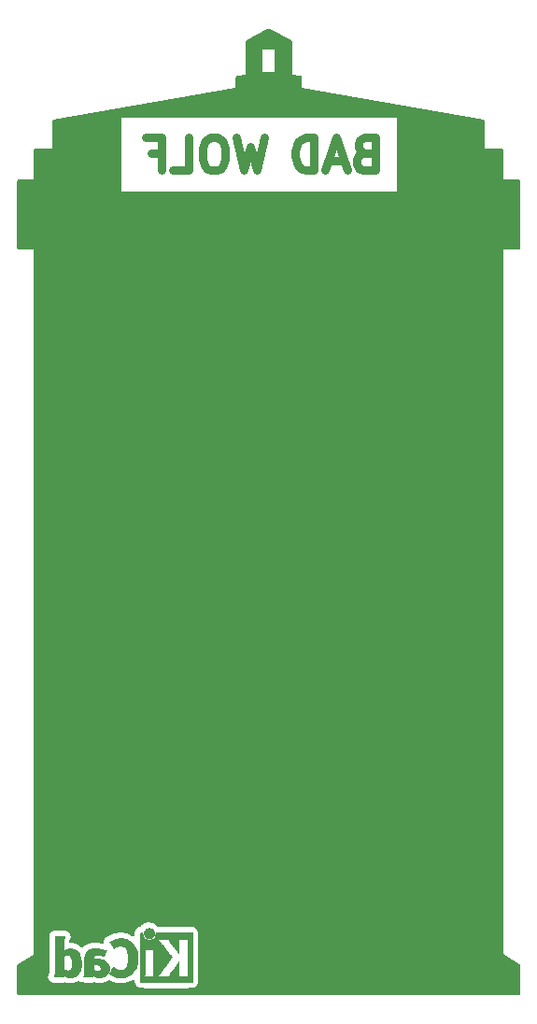
<source format=gbl>
G04 #@! TF.GenerationSoftware,KiCad,Pcbnew,(6.99.0-2501-g45393f228a)*
G04 #@! TF.CreationDate,2022-07-20T10:21:51-05:00*
G04 #@! TF.ProjectId,tardis,74617264-6973-42e6-9b69-6361645f7063,rev?*
G04 #@! TF.SameCoordinates,Original*
G04 #@! TF.FileFunction,Copper,L2,Bot*
G04 #@! TF.FilePolarity,Positive*
%FSLAX46Y46*%
G04 Gerber Fmt 4.6, Leading zero omitted, Abs format (unit mm)*
G04 Created by KiCad (PCBNEW (6.99.0-2501-g45393f228a)) date 2022-07-20 10:21:51*
%MOMM*%
%LPD*%
G01*
G04 APERTURE LIST*
%ADD10C,0.750000*%
G04 #@! TA.AperFunction,NonConductor*
%ADD11C,0.750000*%
G04 #@! TD*
G04 #@! TA.AperFunction,EtchedComponent*
%ADD12C,0.010000*%
G04 #@! TD*
G04 #@! TA.AperFunction,ViaPad*
%ADD13C,0.800000*%
G04 #@! TD*
G04 APERTURE END LIST*
D10*
D11*
X153685714Y-76675714D02*
X153257142Y-76818571D01*
X153257142Y-76818571D02*
X153114285Y-76961428D01*
X153114285Y-76961428D02*
X152971428Y-77247142D01*
X152971428Y-77247142D02*
X152971428Y-77675714D01*
X152971428Y-77675714D02*
X153114285Y-77961428D01*
X153114285Y-77961428D02*
X153257142Y-78104285D01*
X153257142Y-78104285D02*
X153542857Y-78247142D01*
X153542857Y-78247142D02*
X154685714Y-78247142D01*
X154685714Y-78247142D02*
X154685714Y-75247142D01*
X154685714Y-75247142D02*
X153685714Y-75247142D01*
X153685714Y-75247142D02*
X153400000Y-75390000D01*
X153400000Y-75390000D02*
X153257142Y-75532857D01*
X153257142Y-75532857D02*
X153114285Y-75818571D01*
X153114285Y-75818571D02*
X153114285Y-76104285D01*
X153114285Y-76104285D02*
X153257142Y-76390000D01*
X153257142Y-76390000D02*
X153400000Y-76532857D01*
X153400000Y-76532857D02*
X153685714Y-76675714D01*
X153685714Y-76675714D02*
X154685714Y-76675714D01*
X151828571Y-77390000D02*
X150400000Y-77390000D01*
X152114285Y-78247142D02*
X151114285Y-75247142D01*
X151114285Y-75247142D02*
X150114285Y-78247142D01*
X149114285Y-78247142D02*
X149114285Y-75247142D01*
X149114285Y-75247142D02*
X148399999Y-75247142D01*
X148399999Y-75247142D02*
X147971428Y-75390000D01*
X147971428Y-75390000D02*
X147685713Y-75675714D01*
X147685713Y-75675714D02*
X147542856Y-75961428D01*
X147542856Y-75961428D02*
X147399999Y-76532857D01*
X147399999Y-76532857D02*
X147399999Y-76961428D01*
X147399999Y-76961428D02*
X147542856Y-77532857D01*
X147542856Y-77532857D02*
X147685713Y-77818571D01*
X147685713Y-77818571D02*
X147971428Y-78104285D01*
X147971428Y-78104285D02*
X148399999Y-78247142D01*
X148399999Y-78247142D02*
X149114285Y-78247142D01*
X144599999Y-75247142D02*
X143885713Y-78247142D01*
X143885713Y-78247142D02*
X143314285Y-76104285D01*
X143314285Y-76104285D02*
X142742856Y-78247142D01*
X142742856Y-78247142D02*
X142028571Y-75247142D01*
X140314285Y-75247142D02*
X139742857Y-75247142D01*
X139742857Y-75247142D02*
X139457142Y-75390000D01*
X139457142Y-75390000D02*
X139171428Y-75675714D01*
X139171428Y-75675714D02*
X139028571Y-76247142D01*
X139028571Y-76247142D02*
X139028571Y-77247142D01*
X139028571Y-77247142D02*
X139171428Y-77818571D01*
X139171428Y-77818571D02*
X139457142Y-78104285D01*
X139457142Y-78104285D02*
X139742857Y-78247142D01*
X139742857Y-78247142D02*
X140314285Y-78247142D01*
X140314285Y-78247142D02*
X140600000Y-78104285D01*
X140600000Y-78104285D02*
X140885714Y-77818571D01*
X140885714Y-77818571D02*
X141028571Y-77247142D01*
X141028571Y-77247142D02*
X141028571Y-76247142D01*
X141028571Y-76247142D02*
X140885714Y-75675714D01*
X140885714Y-75675714D02*
X140600000Y-75390000D01*
X140600000Y-75390000D02*
X140314285Y-75247142D01*
X136314285Y-78247142D02*
X137742857Y-78247142D01*
X137742857Y-78247142D02*
X137742857Y-75247142D01*
X134314286Y-76675714D02*
X135314286Y-76675714D01*
X135314286Y-78247142D02*
X135314286Y-75247142D01*
X135314286Y-75247142D02*
X133885714Y-75247142D01*
G36*
X134254562Y-146932850D02*
G01*
X134337313Y-146960053D01*
X134412406Y-147005484D01*
X134484298Y-147071302D01*
X134522846Y-147115567D01*
X134562256Y-147173961D01*
X134587446Y-147234586D01*
X134600861Y-147303865D01*
X134604948Y-147388222D01*
X134604669Y-147434307D01*
X134602460Y-147475450D01*
X134596894Y-147507582D01*
X134586586Y-147538122D01*
X134570148Y-147574489D01*
X134556200Y-147601728D01*
X134497665Y-147687429D01*
X134425619Y-147756617D01*
X134341947Y-147807741D01*
X134248531Y-147839250D01*
X134215434Y-147846225D01*
X134174960Y-147853094D01*
X134141999Y-147854919D01*
X134107698Y-147851947D01*
X134063200Y-147844426D01*
X134011934Y-147832002D01*
X133921434Y-147794112D01*
X133842345Y-147739836D01*
X133776528Y-147671770D01*
X133725840Y-147592511D01*
X133692140Y-147504654D01*
X133677286Y-147410795D01*
X133683136Y-147313530D01*
X133709399Y-147217220D01*
X133754418Y-147128494D01*
X133815373Y-147053419D01*
X133890184Y-146993641D01*
X133976768Y-146950809D01*
X134073043Y-146926571D01*
X134176928Y-146922576D01*
X134254562Y-146932850D01*
G37*
D12*
X134254562Y-146932850D02*
X134337313Y-146960053D01*
X134412406Y-147005484D01*
X134484298Y-147071302D01*
X134522846Y-147115567D01*
X134562256Y-147173961D01*
X134587446Y-147234586D01*
X134600861Y-147303865D01*
X134604948Y-147388222D01*
X134604669Y-147434307D01*
X134602460Y-147475450D01*
X134596894Y-147507582D01*
X134586586Y-147538122D01*
X134570148Y-147574489D01*
X134556200Y-147601728D01*
X134497665Y-147687429D01*
X134425619Y-147756617D01*
X134341947Y-147807741D01*
X134248531Y-147839250D01*
X134215434Y-147846225D01*
X134174960Y-147853094D01*
X134141999Y-147854919D01*
X134107698Y-147851947D01*
X134063200Y-147844426D01*
X134011934Y-147832002D01*
X133921434Y-147794112D01*
X133842345Y-147739836D01*
X133776528Y-147671770D01*
X133725840Y-147592511D01*
X133692140Y-147504654D01*
X133677286Y-147410795D01*
X133683136Y-147313530D01*
X133709399Y-147217220D01*
X133754418Y-147128494D01*
X133815373Y-147053419D01*
X133890184Y-146993641D01*
X133976768Y-146950809D01*
X134073043Y-146926571D01*
X134176928Y-146922576D01*
X134254562Y-146932850D01*
G36*
X131788711Y-147862033D02*
G01*
X131884268Y-147879523D01*
X132048558Y-147924564D01*
X132202589Y-147987656D01*
X132348509Y-148069915D01*
X132488466Y-148172457D01*
X132624608Y-148296399D01*
X132668473Y-148341661D01*
X132780758Y-148473865D01*
X132873972Y-148611832D01*
X132950719Y-148759750D01*
X133013603Y-148921803D01*
X133017420Y-148933391D01*
X133067507Y-149119392D01*
X133100899Y-149315521D01*
X133117584Y-149517568D01*
X133117551Y-149721325D01*
X133100791Y-149922581D01*
X133067292Y-150117128D01*
X133017044Y-150300756D01*
X132973190Y-150418053D01*
X132895348Y-150580951D01*
X132801828Y-150734866D01*
X132694822Y-150876671D01*
X132576519Y-151003239D01*
X132449111Y-151111441D01*
X132371606Y-151164120D01*
X132244725Y-151233750D01*
X132107243Y-151292468D01*
X131965716Y-151337587D01*
X131826702Y-151366422D01*
X131812597Y-151368106D01*
X131769153Y-151371434D01*
X131711723Y-151374275D01*
X131646122Y-151376373D01*
X131578167Y-151377468D01*
X131451378Y-151375140D01*
X131303673Y-151362136D01*
X131165779Y-151337133D01*
X131032014Y-151299318D01*
X131008562Y-151290889D01*
X130960612Y-151271408D01*
X130904140Y-151246473D01*
X130842379Y-151217722D01*
X130778563Y-151186790D01*
X130715926Y-151155315D01*
X130657703Y-151124934D01*
X130607127Y-151097283D01*
X130567433Y-151073999D01*
X130541854Y-151056718D01*
X130533625Y-151047079D01*
X130535076Y-151043984D01*
X130546250Y-151024079D01*
X130567134Y-150988420D01*
X130596265Y-150939459D01*
X130632181Y-150879646D01*
X130673420Y-150811433D01*
X130718517Y-150737271D01*
X130899785Y-150440008D01*
X130946315Y-150484539D01*
X131037723Y-150562865D01*
X131151334Y-150637439D01*
X131269122Y-150691474D01*
X131389559Y-150724290D01*
X131511117Y-150735211D01*
X131552585Y-150733868D01*
X131670080Y-150715612D01*
X131780089Y-150676617D01*
X131881430Y-150617670D01*
X131972921Y-150539557D01*
X132053380Y-150443064D01*
X132121627Y-150328978D01*
X132137908Y-150294724D01*
X132183982Y-150171240D01*
X132219106Y-150032918D01*
X132243197Y-149883561D01*
X132256173Y-149726973D01*
X132257949Y-149566956D01*
X132248443Y-149407314D01*
X132227572Y-149251850D01*
X132195252Y-149104366D01*
X132151399Y-148968667D01*
X132113982Y-148882076D01*
X132049185Y-148768688D01*
X131973772Y-148675070D01*
X131887418Y-148600959D01*
X131789795Y-148546094D01*
X131680577Y-148510212D01*
X131559439Y-148493051D01*
X131490038Y-148491880D01*
X131367168Y-148506141D01*
X131251664Y-148541241D01*
X131144953Y-148596682D01*
X131048464Y-148671964D01*
X131032720Y-148686440D01*
X131002150Y-148712962D01*
X130979809Y-148730138D01*
X130969691Y-148734787D01*
X130967706Y-148732597D01*
X130953241Y-148713721D01*
X130929400Y-148680397D01*
X130898029Y-148635380D01*
X130860974Y-148581425D01*
X130820083Y-148521285D01*
X130777202Y-148457718D01*
X130734178Y-148393476D01*
X130692857Y-148331315D01*
X130655086Y-148273991D01*
X130622712Y-148224257D01*
X130597582Y-148184868D01*
X130581542Y-148158580D01*
X130576439Y-148148147D01*
X130581050Y-148143941D01*
X130600267Y-148138933D01*
X130609838Y-148136386D01*
X130637809Y-148125249D01*
X130679448Y-148106802D01*
X130730995Y-148082725D01*
X130788690Y-148054699D01*
X130799957Y-148049154D01*
X130977687Y-147969889D01*
X131147490Y-147910385D01*
X131311430Y-147870245D01*
X131471571Y-147849071D01*
X131629977Y-147846466D01*
X131788711Y-147862033D01*
G37*
X131788711Y-147862033D02*
X131884268Y-147879523D01*
X132048558Y-147924564D01*
X132202589Y-147987656D01*
X132348509Y-148069915D01*
X132488466Y-148172457D01*
X132624608Y-148296399D01*
X132668473Y-148341661D01*
X132780758Y-148473865D01*
X132873972Y-148611832D01*
X132950719Y-148759750D01*
X133013603Y-148921803D01*
X133017420Y-148933391D01*
X133067507Y-149119392D01*
X133100899Y-149315521D01*
X133117584Y-149517568D01*
X133117551Y-149721325D01*
X133100791Y-149922581D01*
X133067292Y-150117128D01*
X133017044Y-150300756D01*
X132973190Y-150418053D01*
X132895348Y-150580951D01*
X132801828Y-150734866D01*
X132694822Y-150876671D01*
X132576519Y-151003239D01*
X132449111Y-151111441D01*
X132371606Y-151164120D01*
X132244725Y-151233750D01*
X132107243Y-151292468D01*
X131965716Y-151337587D01*
X131826702Y-151366422D01*
X131812597Y-151368106D01*
X131769153Y-151371434D01*
X131711723Y-151374275D01*
X131646122Y-151376373D01*
X131578167Y-151377468D01*
X131451378Y-151375140D01*
X131303673Y-151362136D01*
X131165779Y-151337133D01*
X131032014Y-151299318D01*
X131008562Y-151290889D01*
X130960612Y-151271408D01*
X130904140Y-151246473D01*
X130842379Y-151217722D01*
X130778563Y-151186790D01*
X130715926Y-151155315D01*
X130657703Y-151124934D01*
X130607127Y-151097283D01*
X130567433Y-151073999D01*
X130541854Y-151056718D01*
X130533625Y-151047079D01*
X130535076Y-151043984D01*
X130546250Y-151024079D01*
X130567134Y-150988420D01*
X130596265Y-150939459D01*
X130632181Y-150879646D01*
X130673420Y-150811433D01*
X130718517Y-150737271D01*
X130899785Y-150440008D01*
X130946315Y-150484539D01*
X131037723Y-150562865D01*
X131151334Y-150637439D01*
X131269122Y-150691474D01*
X131389559Y-150724290D01*
X131511117Y-150735211D01*
X131552585Y-150733868D01*
X131670080Y-150715612D01*
X131780089Y-150676617D01*
X131881430Y-150617670D01*
X131972921Y-150539557D01*
X132053380Y-150443064D01*
X132121627Y-150328978D01*
X132137908Y-150294724D01*
X132183982Y-150171240D01*
X132219106Y-150032918D01*
X132243197Y-149883561D01*
X132256173Y-149726973D01*
X132257949Y-149566956D01*
X132248443Y-149407314D01*
X132227572Y-149251850D01*
X132195252Y-149104366D01*
X132151399Y-148968667D01*
X132113982Y-148882076D01*
X132049185Y-148768688D01*
X131973772Y-148675070D01*
X131887418Y-148600959D01*
X131789795Y-148546094D01*
X131680577Y-148510212D01*
X131559439Y-148493051D01*
X131490038Y-148491880D01*
X131367168Y-148506141D01*
X131251664Y-148541241D01*
X131144953Y-148596682D01*
X131048464Y-148671964D01*
X131032720Y-148686440D01*
X131002150Y-148712962D01*
X130979809Y-148730138D01*
X130969691Y-148734787D01*
X130967706Y-148732597D01*
X130953241Y-148713721D01*
X130929400Y-148680397D01*
X130898029Y-148635380D01*
X130860974Y-148581425D01*
X130820083Y-148521285D01*
X130777202Y-148457718D01*
X130734178Y-148393476D01*
X130692857Y-148331315D01*
X130655086Y-148273991D01*
X130622712Y-148224257D01*
X130597582Y-148184868D01*
X130581542Y-148158580D01*
X130576439Y-148148147D01*
X130581050Y-148143941D01*
X130600267Y-148138933D01*
X130609838Y-148136386D01*
X130637809Y-148125249D01*
X130679448Y-148106802D01*
X130730995Y-148082725D01*
X130788690Y-148054699D01*
X130799957Y-148049154D01*
X130977687Y-147969889D01*
X131147490Y-147910385D01*
X131311430Y-147870245D01*
X131471571Y-147849071D01*
X131629977Y-147846466D01*
X131788711Y-147862033D01*
G36*
X127985268Y-150220158D02*
G01*
X127976689Y-150371594D01*
X127957833Y-150508283D01*
X127927837Y-150634276D01*
X127885836Y-150753625D01*
X127830969Y-150870381D01*
X127764167Y-150981179D01*
X127673363Y-151094739D01*
X127569708Y-151190211D01*
X127453887Y-151267073D01*
X127326586Y-151324797D01*
X127188489Y-151362858D01*
X127150793Y-151368666D01*
X127071752Y-151374396D01*
X126983629Y-151374583D01*
X126894236Y-151369539D01*
X126811384Y-151359578D01*
X126742887Y-151345012D01*
X126712035Y-151335364D01*
X126634730Y-151305123D01*
X126557679Y-151267617D01*
X126488200Y-151226614D01*
X126433615Y-151185879D01*
X126410916Y-151166505D01*
X126388201Y-151148662D01*
X126376779Y-151141778D01*
X126375537Y-151143424D01*
X126372728Y-151161205D01*
X126370776Y-151194370D01*
X126370045Y-151237733D01*
X126370045Y-151333689D01*
X125511896Y-151333689D01*
X125546161Y-151272974D01*
X125551355Y-151263868D01*
X125559715Y-151249249D01*
X125567288Y-151235173D01*
X125574112Y-151220540D01*
X125580227Y-151204249D01*
X125585673Y-151185198D01*
X125590487Y-151162286D01*
X125594708Y-151134413D01*
X125598377Y-151100478D01*
X125601531Y-151059379D01*
X125604211Y-151010015D01*
X125606454Y-150951286D01*
X125608299Y-150882090D01*
X125609787Y-150801326D01*
X125610955Y-150707894D01*
X125611678Y-150620721D01*
X126415200Y-150620721D01*
X126485756Y-150667089D01*
X126526417Y-150690791D01*
X126580546Y-150716639D01*
X126629689Y-150734829D01*
X126693165Y-150750551D01*
X126789331Y-150761541D01*
X126873900Y-150753365D01*
X126947219Y-150725805D01*
X127009637Y-150678642D01*
X127061502Y-150611658D01*
X127103160Y-150524633D01*
X127134962Y-150417350D01*
X127137545Y-150405009D01*
X127146000Y-150343772D01*
X127151663Y-150266692D01*
X127154576Y-150179002D01*
X127154783Y-150085934D01*
X127152330Y-149992720D01*
X127147261Y-149904594D01*
X127139619Y-149826788D01*
X127129448Y-149764533D01*
X127128167Y-149758666D01*
X127099126Y-149648121D01*
X127064610Y-149557575D01*
X127023456Y-149484953D01*
X126974499Y-149428181D01*
X126916574Y-149385184D01*
X126884620Y-149369615D01*
X126811784Y-149350722D01*
X126730443Y-149347465D01*
X126645319Y-149359389D01*
X126561133Y-149386040D01*
X126482608Y-149426962D01*
X126415200Y-149470530D01*
X126415200Y-150620721D01*
X125611678Y-150620721D01*
X125611844Y-150600692D01*
X125612491Y-150478620D01*
X125612936Y-150340576D01*
X125613218Y-150185459D01*
X125613375Y-150012168D01*
X125613448Y-149819603D01*
X125613474Y-149606662D01*
X125613493Y-149372245D01*
X125613689Y-147687378D01*
X126519017Y-147687378D01*
X126494585Y-147724067D01*
X126488318Y-147733647D01*
X126462208Y-147779981D01*
X126444469Y-147827102D01*
X126432908Y-147882251D01*
X126425331Y-147952667D01*
X126424839Y-147959650D01*
X126423062Y-147997641D01*
X126421444Y-148051576D01*
X126419999Y-148118703D01*
X126418740Y-148196271D01*
X126417680Y-148281528D01*
X126416829Y-148371724D01*
X126416203Y-148464107D01*
X126415812Y-148555925D01*
X126415670Y-148644427D01*
X126415790Y-148726862D01*
X126416183Y-148800479D01*
X126416862Y-148862526D01*
X126417841Y-148910251D01*
X126419132Y-148940904D01*
X126420747Y-148951733D01*
X126428957Y-148947333D01*
X126450647Y-148932362D01*
X126480014Y-148910448D01*
X126528879Y-148876236D01*
X126617125Y-148829714D01*
X126715916Y-148796046D01*
X126828510Y-148774231D01*
X126958164Y-148763265D01*
X127050670Y-148762219D01*
X127172011Y-148772014D01*
X127282099Y-148796174D01*
X127385389Y-148835785D01*
X127486338Y-148891932D01*
X127531503Y-148922883D01*
X127636911Y-149014115D01*
X127728538Y-149123106D01*
X127806332Y-149249726D01*
X127870241Y-149393845D01*
X127920214Y-149555332D01*
X127956198Y-149734059D01*
X127978143Y-149929895D01*
X127983900Y-150085934D01*
X127985994Y-150142711D01*
X127985268Y-150220158D01*
G37*
X127985268Y-150220158D02*
X127976689Y-150371594D01*
X127957833Y-150508283D01*
X127927837Y-150634276D01*
X127885836Y-150753625D01*
X127830969Y-150870381D01*
X127764167Y-150981179D01*
X127673363Y-151094739D01*
X127569708Y-151190211D01*
X127453887Y-151267073D01*
X127326586Y-151324797D01*
X127188489Y-151362858D01*
X127150793Y-151368666D01*
X127071752Y-151374396D01*
X126983629Y-151374583D01*
X126894236Y-151369539D01*
X126811384Y-151359578D01*
X126742887Y-151345012D01*
X126712035Y-151335364D01*
X126634730Y-151305123D01*
X126557679Y-151267617D01*
X126488200Y-151226614D01*
X126433615Y-151185879D01*
X126410916Y-151166505D01*
X126388201Y-151148662D01*
X126376779Y-151141778D01*
X126375537Y-151143424D01*
X126372728Y-151161205D01*
X126370776Y-151194370D01*
X126370045Y-151237733D01*
X126370045Y-151333689D01*
X125511896Y-151333689D01*
X125546161Y-151272974D01*
X125551355Y-151263868D01*
X125559715Y-151249249D01*
X125567288Y-151235173D01*
X125574112Y-151220540D01*
X125580227Y-151204249D01*
X125585673Y-151185198D01*
X125590487Y-151162286D01*
X125594708Y-151134413D01*
X125598377Y-151100478D01*
X125601531Y-151059379D01*
X125604211Y-151010015D01*
X125606454Y-150951286D01*
X125608299Y-150882090D01*
X125609787Y-150801326D01*
X125610955Y-150707894D01*
X125611678Y-150620721D01*
X126415200Y-150620721D01*
X126485756Y-150667089D01*
X126526417Y-150690791D01*
X126580546Y-150716639D01*
X126629689Y-150734829D01*
X126693165Y-150750551D01*
X126789331Y-150761541D01*
X126873900Y-150753365D01*
X126947219Y-150725805D01*
X127009637Y-150678642D01*
X127061502Y-150611658D01*
X127103160Y-150524633D01*
X127134962Y-150417350D01*
X127137545Y-150405009D01*
X127146000Y-150343772D01*
X127151663Y-150266692D01*
X127154576Y-150179002D01*
X127154783Y-150085934D01*
X127152330Y-149992720D01*
X127147261Y-149904594D01*
X127139619Y-149826788D01*
X127129448Y-149764533D01*
X127128167Y-149758666D01*
X127099126Y-149648121D01*
X127064610Y-149557575D01*
X127023456Y-149484953D01*
X126974499Y-149428181D01*
X126916574Y-149385184D01*
X126884620Y-149369615D01*
X126811784Y-149350722D01*
X126730443Y-149347465D01*
X126645319Y-149359389D01*
X126561133Y-149386040D01*
X126482608Y-149426962D01*
X126415200Y-149470530D01*
X126415200Y-150620721D01*
X125611678Y-150620721D01*
X125611844Y-150600692D01*
X125612491Y-150478620D01*
X125612936Y-150340576D01*
X125613218Y-150185459D01*
X125613375Y-150012168D01*
X125613448Y-149819603D01*
X125613474Y-149606662D01*
X125613493Y-149372245D01*
X125613689Y-147687378D01*
X126519017Y-147687378D01*
X126494585Y-147724067D01*
X126488318Y-147733647D01*
X126462208Y-147779981D01*
X126444469Y-147827102D01*
X126432908Y-147882251D01*
X126425331Y-147952667D01*
X126424839Y-147959650D01*
X126423062Y-147997641D01*
X126421444Y-148051576D01*
X126419999Y-148118703D01*
X126418740Y-148196271D01*
X126417680Y-148281528D01*
X126416829Y-148371724D01*
X126416203Y-148464107D01*
X126415812Y-148555925D01*
X126415670Y-148644427D01*
X126415790Y-148726862D01*
X126416183Y-148800479D01*
X126416862Y-148862526D01*
X126417841Y-148910251D01*
X126419132Y-148940904D01*
X126420747Y-148951733D01*
X126428957Y-148947333D01*
X126450647Y-148932362D01*
X126480014Y-148910448D01*
X126528879Y-148876236D01*
X126617125Y-148829714D01*
X126715916Y-148796046D01*
X126828510Y-148774231D01*
X126958164Y-148763265D01*
X127050670Y-148762219D01*
X127172011Y-148772014D01*
X127282099Y-148796174D01*
X127385389Y-148835785D01*
X127486338Y-148891932D01*
X127531503Y-148922883D01*
X127636911Y-149014115D01*
X127728538Y-149123106D01*
X127806332Y-149249726D01*
X127870241Y-149393845D01*
X127920214Y-149555332D01*
X127956198Y-149734059D01*
X127978143Y-149929895D01*
X127983900Y-150085934D01*
X127985994Y-150142711D01*
X127985268Y-150220158D01*
G36*
X130527261Y-150577363D02*
G01*
X130523632Y-150652202D01*
X130516022Y-150714401D01*
X130503688Y-150770984D01*
X130459313Y-150897076D01*
X130396400Y-151011679D01*
X130316238Y-151112568D01*
X130219740Y-151198924D01*
X130107822Y-151269932D01*
X129981397Y-151324776D01*
X129841378Y-151362638D01*
X129805149Y-151368351D01*
X129726155Y-151374313D01*
X129637841Y-151374646D01*
X129548075Y-151369659D01*
X129464722Y-151359666D01*
X129395651Y-151344978D01*
X129309187Y-151314749D01*
X129199286Y-151260057D01*
X129101956Y-151192543D01*
X129039867Y-151141556D01*
X129036605Y-151237622D01*
X129033343Y-151333689D01*
X128610450Y-151333689D01*
X128599543Y-151333686D01*
X128505056Y-151333380D01*
X128418331Y-151332616D01*
X128341837Y-151331451D01*
X128278043Y-151329942D01*
X128229418Y-151328147D01*
X128198433Y-151326121D01*
X128187556Y-151323922D01*
X128187578Y-151323463D01*
X128194614Y-151307910D01*
X128210434Y-151285071D01*
X128214734Y-151279638D01*
X128225777Y-151265606D01*
X128235311Y-151252186D01*
X128243461Y-151237722D01*
X128250352Y-151220556D01*
X128256111Y-151199034D01*
X128260862Y-151171498D01*
X128264731Y-151136292D01*
X128267844Y-151091760D01*
X128270325Y-151036246D01*
X128272300Y-150968093D01*
X128273894Y-150885645D01*
X128275234Y-150787246D01*
X128276444Y-150671239D01*
X128276896Y-150620462D01*
X129079378Y-150620462D01*
X129124048Y-150676973D01*
X129136785Y-150692212D01*
X129183604Y-150734844D01*
X129244255Y-150770672D01*
X129254897Y-150775850D01*
X129293676Y-150792745D01*
X129328692Y-150802909D01*
X129368722Y-150808325D01*
X129422541Y-150810978D01*
X129440648Y-150811383D01*
X129516011Y-150808540D01*
X129576743Y-150796620D01*
X129628452Y-150774037D01*
X129676746Y-150739211D01*
X129681803Y-150734798D01*
X129730272Y-150679160D01*
X129758459Y-150615333D01*
X129767752Y-150540282D01*
X129760520Y-150468693D01*
X129735796Y-150405645D01*
X129691249Y-150347758D01*
X129636319Y-150300808D01*
X129563894Y-150260961D01*
X129477340Y-150233263D01*
X129374670Y-150217096D01*
X129253894Y-150211842D01*
X129245007Y-150211857D01*
X129189660Y-150212655D01*
X129142736Y-150214488D01*
X129108953Y-150217111D01*
X129093028Y-150220274D01*
X129088943Y-150226741D01*
X129084572Y-150248875D01*
X129081604Y-150287988D01*
X129079914Y-150345939D01*
X129079378Y-150424586D01*
X129079378Y-150620462D01*
X128276896Y-150620462D01*
X128277649Y-150535968D01*
X128278975Y-150379778D01*
X128280228Y-150237012D01*
X128281651Y-150091942D01*
X128283176Y-149966027D01*
X128284933Y-149857436D01*
X128287051Y-149764334D01*
X128289660Y-149684891D01*
X128292890Y-149617273D01*
X128296869Y-149559649D01*
X128301728Y-149510185D01*
X128307597Y-149467050D01*
X128314604Y-149428410D01*
X128322880Y-149392434D01*
X128332554Y-149357289D01*
X128343756Y-149321142D01*
X128356616Y-149282161D01*
X128372090Y-149239091D01*
X128414994Y-149146871D01*
X128468735Y-149067099D01*
X128537576Y-148992965D01*
X128615185Y-148929405D01*
X128719761Y-148867725D01*
X128839244Y-148820202D01*
X128974508Y-148786567D01*
X129126426Y-148766552D01*
X129295872Y-148759889D01*
X129353890Y-148760287D01*
X129419398Y-148762335D01*
X129480693Y-148766704D01*
X129542097Y-148774035D01*
X129607932Y-148784969D01*
X129682520Y-148800147D01*
X129770184Y-148820209D01*
X129875245Y-148845797D01*
X129903806Y-148852820D01*
X129979054Y-148870776D01*
X130049388Y-148886820D01*
X130110567Y-148900028D01*
X130158354Y-148909474D01*
X130188511Y-148914231D01*
X130216783Y-148917910D01*
X130243060Y-148923187D01*
X130253059Y-148927942D01*
X130249952Y-148936781D01*
X130239194Y-148964072D01*
X130221864Y-149006906D01*
X130199126Y-149062425D01*
X130172147Y-149127772D01*
X130142090Y-149200089D01*
X130135493Y-149215879D01*
X130096907Y-149306484D01*
X130065768Y-149376217D01*
X130041917Y-149425405D01*
X130025198Y-149454374D01*
X130015454Y-149463452D01*
X130007766Y-149461405D01*
X129981415Y-149451760D01*
X129942982Y-149436190D01*
X129897822Y-149416815D01*
X129803293Y-149378814D01*
X129666480Y-149337780D01*
X129525289Y-149312612D01*
X129487314Y-149308611D01*
X129384059Y-149306447D01*
X129296952Y-149319622D01*
X129225129Y-149348756D01*
X129167731Y-149394466D01*
X129123896Y-149457372D01*
X129092762Y-149538092D01*
X129073470Y-149637245D01*
X129066050Y-149696224D01*
X129227936Y-149689445D01*
X129354495Y-149687813D01*
X129505951Y-149694194D01*
X129654396Y-149708777D01*
X129790578Y-149730882D01*
X129855245Y-149745821D01*
X129987490Y-149788741D01*
X130109762Y-149845340D01*
X130219685Y-149914017D01*
X130314883Y-149993170D01*
X130392980Y-150081196D01*
X130451599Y-150176493D01*
X130475595Y-150228864D01*
X130501232Y-150299590D01*
X130517478Y-150370812D01*
X130525822Y-150449712D01*
X130527690Y-150540282D01*
X130527755Y-150543467D01*
X130527261Y-150577363D01*
G37*
X130527261Y-150577363D02*
X130523632Y-150652202D01*
X130516022Y-150714401D01*
X130503688Y-150770984D01*
X130459313Y-150897076D01*
X130396400Y-151011679D01*
X130316238Y-151112568D01*
X130219740Y-151198924D01*
X130107822Y-151269932D01*
X129981397Y-151324776D01*
X129841378Y-151362638D01*
X129805149Y-151368351D01*
X129726155Y-151374313D01*
X129637841Y-151374646D01*
X129548075Y-151369659D01*
X129464722Y-151359666D01*
X129395651Y-151344978D01*
X129309187Y-151314749D01*
X129199286Y-151260057D01*
X129101956Y-151192543D01*
X129039867Y-151141556D01*
X129036605Y-151237622D01*
X129033343Y-151333689D01*
X128610450Y-151333689D01*
X128599543Y-151333686D01*
X128505056Y-151333380D01*
X128418331Y-151332616D01*
X128341837Y-151331451D01*
X128278043Y-151329942D01*
X128229418Y-151328147D01*
X128198433Y-151326121D01*
X128187556Y-151323922D01*
X128187578Y-151323463D01*
X128194614Y-151307910D01*
X128210434Y-151285071D01*
X128214734Y-151279638D01*
X128225777Y-151265606D01*
X128235311Y-151252186D01*
X128243461Y-151237722D01*
X128250352Y-151220556D01*
X128256111Y-151199034D01*
X128260862Y-151171498D01*
X128264731Y-151136292D01*
X128267844Y-151091760D01*
X128270325Y-151036246D01*
X128272300Y-150968093D01*
X128273894Y-150885645D01*
X128275234Y-150787246D01*
X128276444Y-150671239D01*
X128276896Y-150620462D01*
X129079378Y-150620462D01*
X129124048Y-150676973D01*
X129136785Y-150692212D01*
X129183604Y-150734844D01*
X129244255Y-150770672D01*
X129254897Y-150775850D01*
X129293676Y-150792745D01*
X129328692Y-150802909D01*
X129368722Y-150808325D01*
X129422541Y-150810978D01*
X129440648Y-150811383D01*
X129516011Y-150808540D01*
X129576743Y-150796620D01*
X129628452Y-150774037D01*
X129676746Y-150739211D01*
X129681803Y-150734798D01*
X129730272Y-150679160D01*
X129758459Y-150615333D01*
X129767752Y-150540282D01*
X129760520Y-150468693D01*
X129735796Y-150405645D01*
X129691249Y-150347758D01*
X129636319Y-150300808D01*
X129563894Y-150260961D01*
X129477340Y-150233263D01*
X129374670Y-150217096D01*
X129253894Y-150211842D01*
X129245007Y-150211857D01*
X129189660Y-150212655D01*
X129142736Y-150214488D01*
X129108953Y-150217111D01*
X129093028Y-150220274D01*
X129088943Y-150226741D01*
X129084572Y-150248875D01*
X129081604Y-150287988D01*
X129079914Y-150345939D01*
X129079378Y-150424586D01*
X129079378Y-150620462D01*
X128276896Y-150620462D01*
X128277649Y-150535968D01*
X128278975Y-150379778D01*
X128280228Y-150237012D01*
X128281651Y-150091942D01*
X128283176Y-149966027D01*
X128284933Y-149857436D01*
X128287051Y-149764334D01*
X128289660Y-149684891D01*
X128292890Y-149617273D01*
X128296869Y-149559649D01*
X128301728Y-149510185D01*
X128307597Y-149467050D01*
X128314604Y-149428410D01*
X128322880Y-149392434D01*
X128332554Y-149357289D01*
X128343756Y-149321142D01*
X128356616Y-149282161D01*
X128372090Y-149239091D01*
X128414994Y-149146871D01*
X128468735Y-149067099D01*
X128537576Y-148992965D01*
X128615185Y-148929405D01*
X128719761Y-148867725D01*
X128839244Y-148820202D01*
X128974508Y-148786567D01*
X129126426Y-148766552D01*
X129295872Y-148759889D01*
X129353890Y-148760287D01*
X129419398Y-148762335D01*
X129480693Y-148766704D01*
X129542097Y-148774035D01*
X129607932Y-148784969D01*
X129682520Y-148800147D01*
X129770184Y-148820209D01*
X129875245Y-148845797D01*
X129903806Y-148852820D01*
X129979054Y-148870776D01*
X130049388Y-148886820D01*
X130110567Y-148900028D01*
X130158354Y-148909474D01*
X130188511Y-148914231D01*
X130216783Y-148917910D01*
X130243060Y-148923187D01*
X130253059Y-148927942D01*
X130249952Y-148936781D01*
X130239194Y-148964072D01*
X130221864Y-149006906D01*
X130199126Y-149062425D01*
X130172147Y-149127772D01*
X130142090Y-149200089D01*
X130135493Y-149215879D01*
X130096907Y-149306484D01*
X130065768Y-149376217D01*
X130041917Y-149425405D01*
X130025198Y-149454374D01*
X130015454Y-149463452D01*
X130007766Y-149461405D01*
X129981415Y-149451760D01*
X129942982Y-149436190D01*
X129897822Y-149416815D01*
X129803293Y-149378814D01*
X129666480Y-149337780D01*
X129525289Y-149312612D01*
X129487314Y-149308611D01*
X129384059Y-149306447D01*
X129296952Y-149319622D01*
X129225129Y-149348756D01*
X129167731Y-149394466D01*
X129123896Y-149457372D01*
X129092762Y-149538092D01*
X129073470Y-149637245D01*
X129066050Y-149696224D01*
X129227936Y-149689445D01*
X129354495Y-149687813D01*
X129505951Y-149694194D01*
X129654396Y-149708777D01*
X129790578Y-149730882D01*
X129855245Y-149745821D01*
X129987490Y-149788741D01*
X130109762Y-149845340D01*
X130219685Y-149914017D01*
X130314883Y-149993170D01*
X130392980Y-150081196D01*
X130451599Y-150176493D01*
X130475595Y-150228864D01*
X130501232Y-150299590D01*
X130517478Y-150370812D01*
X130525822Y-150449712D01*
X130527690Y-150540282D01*
X130527755Y-150543467D01*
X130527261Y-150577363D01*
G36*
X138076059Y-148143011D02*
G01*
X138076362Y-148290216D01*
X138076548Y-148454349D01*
X138076642Y-148636352D01*
X138076671Y-148837165D01*
X138076661Y-149057732D01*
X138076636Y-149298992D01*
X138076622Y-149561889D01*
X138076622Y-149604040D01*
X138076646Y-149864668D01*
X138076685Y-150103796D01*
X138076708Y-150322360D01*
X138076687Y-150521295D01*
X138076593Y-150701535D01*
X138076395Y-150864015D01*
X138076063Y-151009670D01*
X138075569Y-151139434D01*
X138074883Y-151254243D01*
X138073976Y-151355030D01*
X138072817Y-151442730D01*
X138071378Y-151518279D01*
X138069629Y-151582611D01*
X138067540Y-151636661D01*
X138065083Y-151681363D01*
X138062227Y-151717652D01*
X138058943Y-151746463D01*
X138055202Y-151768731D01*
X138050974Y-151785390D01*
X138046229Y-151797375D01*
X138040939Y-151805621D01*
X138035073Y-151811062D01*
X138028602Y-151814634D01*
X138021497Y-151817270D01*
X138013728Y-151819906D01*
X138005266Y-151823477D01*
X138000908Y-151825145D01*
X137992395Y-151827111D01*
X137979694Y-151828911D01*
X137961885Y-151830555D01*
X137938049Y-151832047D01*
X137907266Y-151833397D01*
X137868617Y-151834611D01*
X137821182Y-151835697D01*
X137764043Y-151836661D01*
X137696279Y-151837511D01*
X137616971Y-151838253D01*
X137525199Y-151838897D01*
X137420044Y-151839447D01*
X137300587Y-151839913D01*
X137165908Y-151840300D01*
X137015088Y-151840616D01*
X136847206Y-151840869D01*
X136661345Y-151841066D01*
X136456583Y-151841213D01*
X136232002Y-151841318D01*
X135986682Y-151841389D01*
X135719704Y-151841432D01*
X135681321Y-151841437D01*
X135415922Y-151841480D01*
X135172050Y-151841525D01*
X134948783Y-151841548D01*
X134745196Y-151841524D01*
X134560367Y-151841430D01*
X134393373Y-151841243D01*
X134243290Y-151840939D01*
X134109196Y-151840494D01*
X133990166Y-151839885D01*
X133885279Y-151839089D01*
X133793610Y-151838080D01*
X133714237Y-151836837D01*
X133646237Y-151835335D01*
X133588686Y-151833551D01*
X133540662Y-151831461D01*
X133501240Y-151829042D01*
X133469499Y-151826270D01*
X133444514Y-151823121D01*
X133425364Y-151819572D01*
X133411123Y-151815598D01*
X133400871Y-151811178D01*
X133393682Y-151806286D01*
X133388635Y-151800900D01*
X133384805Y-151794996D01*
X133381271Y-151788549D01*
X133377108Y-151781537D01*
X133376025Y-151779687D01*
X133373813Y-151774180D01*
X133371786Y-151765868D01*
X133369938Y-151753809D01*
X133368261Y-151737063D01*
X133366745Y-151714687D01*
X133365383Y-151685740D01*
X133364167Y-151649280D01*
X133363089Y-151604367D01*
X133362140Y-151550057D01*
X133361312Y-151485410D01*
X133360597Y-151409484D01*
X133359987Y-151321338D01*
X133359942Y-151312493D01*
X133651378Y-151312493D01*
X133655260Y-151313765D01*
X133678520Y-151315791D01*
X133720874Y-151317626D01*
X133780132Y-151319227D01*
X133854107Y-151320549D01*
X133940610Y-151321548D01*
X134037452Y-151322180D01*
X134142445Y-151322400D01*
X134840651Y-151322400D01*
X135995090Y-151322400D01*
X135994456Y-151246200D01*
X135995574Y-151204160D01*
X136001304Y-151168334D01*
X136013890Y-151130772D01*
X136035568Y-151082577D01*
X136038789Y-151075897D01*
X136064188Y-151026359D01*
X136090996Y-150978369D01*
X136113917Y-150941466D01*
X136118485Y-150934834D01*
X136140516Y-150903593D01*
X136172693Y-150858654D01*
X136213457Y-150802147D01*
X136261245Y-150736204D01*
X136314498Y-150662957D01*
X136371655Y-150584536D01*
X136431155Y-150503072D01*
X136491437Y-150420698D01*
X136550940Y-150339544D01*
X136608105Y-150261742D01*
X136661370Y-150189423D01*
X136709174Y-150124718D01*
X136749957Y-150069759D01*
X136782158Y-150026676D01*
X136804216Y-149997602D01*
X136814571Y-149984667D01*
X136819044Y-149980351D01*
X136823236Y-149978312D01*
X136826643Y-149980926D01*
X136829325Y-149989986D01*
X136831341Y-150007285D01*
X136832748Y-150034614D01*
X136833605Y-150073765D01*
X136833970Y-150126533D01*
X136833903Y-150194707D01*
X136833460Y-150280082D01*
X136832702Y-150384449D01*
X136831685Y-150509600D01*
X136831308Y-150554300D01*
X136830169Y-150675395D01*
X136828972Y-150776688D01*
X136827636Y-150860262D01*
X136826077Y-150928204D01*
X136824215Y-150982599D01*
X136821966Y-151025532D01*
X136819248Y-151059089D01*
X136815979Y-151085355D01*
X136812078Y-151106416D01*
X136807461Y-151124357D01*
X136799192Y-151150770D01*
X136775583Y-151212772D01*
X136749685Y-151265573D01*
X136724535Y-151302645D01*
X136723339Y-151304075D01*
X136721168Y-151308424D01*
X136723328Y-151312026D01*
X136731644Y-151314951D01*
X136747940Y-151317269D01*
X136774041Y-151319051D01*
X136811771Y-151320367D01*
X136862956Y-151321286D01*
X136929420Y-151321878D01*
X137012987Y-151322215D01*
X137115483Y-151322365D01*
X137238732Y-151322400D01*
X137770296Y-151322400D01*
X137731523Y-151264783D01*
X137725432Y-151255893D01*
X137714976Y-151241069D01*
X137705579Y-151227422D01*
X137697183Y-151213765D01*
X137689733Y-151198911D01*
X137683173Y-151181670D01*
X137677446Y-151160855D01*
X137672495Y-151135280D01*
X137668266Y-151103755D01*
X137664701Y-151065093D01*
X137661744Y-151018107D01*
X137659340Y-150961608D01*
X137657431Y-150894409D01*
X137655962Y-150815322D01*
X137654876Y-150723160D01*
X137654118Y-150616734D01*
X137653630Y-150494857D01*
X137653358Y-150356341D01*
X137653243Y-150199999D01*
X137653231Y-150024642D01*
X137653265Y-149829082D01*
X137653289Y-149612133D01*
X137653280Y-149489513D01*
X137653243Y-149284447D01*
X137653227Y-149100116D01*
X137653288Y-148935334D01*
X137653484Y-148788916D01*
X137653870Y-148659674D01*
X137654505Y-148546422D01*
X137655444Y-148447975D01*
X137656745Y-148363144D01*
X137658464Y-148290744D01*
X137660659Y-148229589D01*
X137663385Y-148178492D01*
X137666701Y-148136267D01*
X137670662Y-148101727D01*
X137675325Y-148073686D01*
X137680747Y-148050958D01*
X137686986Y-148032356D01*
X137694097Y-148016693D01*
X137702138Y-148002784D01*
X137711166Y-147989441D01*
X137721236Y-147975479D01*
X137732407Y-147959711D01*
X137772197Y-147901867D01*
X136712314Y-147901867D01*
X136750311Y-147964966D01*
X136764993Y-147990005D01*
X136779531Y-148017586D01*
X136791627Y-148045700D01*
X136801532Y-148076551D01*
X136809494Y-148112344D01*
X136815761Y-148155283D01*
X136820582Y-148207574D01*
X136824206Y-148271419D01*
X136826881Y-148349025D01*
X136828857Y-148442594D01*
X136830382Y-148554333D01*
X136831704Y-148686445D01*
X136832613Y-148806434D01*
X136833020Y-148923063D01*
X136832767Y-149018531D01*
X136831857Y-149092556D01*
X136830293Y-149144855D01*
X136828079Y-149175149D01*
X136825220Y-149183156D01*
X136822161Y-149179858D01*
X136804006Y-149158408D01*
X136774275Y-149121889D01*
X136734639Y-149072442D01*
X136686771Y-149012207D01*
X136632343Y-148943327D01*
X136573027Y-148867943D01*
X136510495Y-148788196D01*
X136446421Y-148706228D01*
X136382475Y-148624180D01*
X136320331Y-148544194D01*
X136261661Y-148468411D01*
X136208137Y-148398973D01*
X136161430Y-148338021D01*
X136123214Y-148287696D01*
X136095161Y-148250140D01*
X136078943Y-148227495D01*
X136033635Y-148155212D01*
X135993661Y-148075463D01*
X135972130Y-148007188D01*
X135968827Y-147949844D01*
X135974116Y-147901867D01*
X134842356Y-147902117D01*
X134881867Y-147932722D01*
X134891248Y-147940089D01*
X134954183Y-147994438D01*
X135022997Y-148062259D01*
X135099596Y-148145516D01*
X135185888Y-148246178D01*
X135203052Y-148266847D01*
X135243833Y-148316409D01*
X135293588Y-148377326D01*
X135350955Y-148447898D01*
X135414569Y-148526424D01*
X135483069Y-148611204D01*
X135555090Y-148700537D01*
X135629270Y-148792722D01*
X135644517Y-148811702D01*
X135704246Y-148886060D01*
X135778653Y-148978848D01*
X135851131Y-149069388D01*
X135920314Y-149155978D01*
X135984841Y-149236918D01*
X136043347Y-149310506D01*
X136094470Y-149375044D01*
X136136847Y-149428829D01*
X136169115Y-149470162D01*
X136189910Y-149497342D01*
X136197869Y-149508668D01*
X136196111Y-149512771D01*
X136183230Y-149533334D01*
X136158885Y-149569561D01*
X136124247Y-149619824D01*
X136080486Y-149682492D01*
X136028775Y-149755936D01*
X135970284Y-149838527D01*
X135906184Y-149928636D01*
X135837646Y-150024631D01*
X135765843Y-150124885D01*
X135691944Y-150227768D01*
X135617121Y-150331650D01*
X135542545Y-150434901D01*
X135469387Y-150535892D01*
X135398819Y-150632994D01*
X135332011Y-150724577D01*
X135270135Y-150809011D01*
X135214361Y-150884667D01*
X135165862Y-150949916D01*
X135125807Y-151003128D01*
X135095369Y-151042673D01*
X135074944Y-151068026D01*
X135028899Y-151122295D01*
X134978612Y-151178775D01*
X134931815Y-151228669D01*
X134840651Y-151322400D01*
X134142445Y-151322400D01*
X134211356Y-151322349D01*
X134309607Y-151322091D01*
X134399030Y-151321637D01*
X134477333Y-151321010D01*
X134542223Y-151320235D01*
X134591411Y-151319335D01*
X134622604Y-151318334D01*
X134633511Y-151317257D01*
X134632322Y-151314037D01*
X134622176Y-151296452D01*
X134605040Y-151270158D01*
X134596540Y-151257691D01*
X134587329Y-151243622D01*
X134579233Y-151229351D01*
X134572185Y-151213479D01*
X134566117Y-151194609D01*
X134560961Y-151171341D01*
X134556651Y-151142278D01*
X134553119Y-151106021D01*
X134550297Y-151061170D01*
X134548118Y-151006328D01*
X134546514Y-150940097D01*
X134545419Y-150861077D01*
X134544765Y-150767871D01*
X134544484Y-150659079D01*
X134544509Y-150533303D01*
X134544772Y-150389145D01*
X134545206Y-150225207D01*
X134545745Y-150040089D01*
X134546279Y-149861232D01*
X134546805Y-149702374D01*
X134547350Y-149563316D01*
X134547945Y-149442665D01*
X134548619Y-149339028D01*
X134549403Y-149251011D01*
X134550326Y-149177223D01*
X134551419Y-149116269D01*
X134552712Y-149066757D01*
X134554235Y-149027293D01*
X134556019Y-148996484D01*
X134558092Y-148972938D01*
X134560486Y-148955260D01*
X134563230Y-148942059D01*
X134566356Y-148931940D01*
X134569892Y-148923511D01*
X134573791Y-148915375D01*
X134593438Y-148878544D01*
X134612225Y-148848391D01*
X134613272Y-148846908D01*
X134627602Y-148824659D01*
X134633511Y-148811702D01*
X134632504Y-148811249D01*
X134615305Y-148809803D01*
X134578656Y-148808480D01*
X134524962Y-148807316D01*
X134456630Y-148806347D01*
X134376064Y-148805611D01*
X134285670Y-148805142D01*
X134187853Y-148804978D01*
X133742195Y-148804978D01*
X133739120Y-149981845D01*
X133736045Y-151158711D01*
X133709407Y-151217622D01*
X133697485Y-151242183D01*
X133680246Y-151272434D01*
X133667074Y-151289560D01*
X133659076Y-151297591D01*
X133651378Y-151312493D01*
X133359942Y-151312493D01*
X133359474Y-151220029D01*
X133359050Y-151104617D01*
X133358706Y-150974160D01*
X133358434Y-150827716D01*
X133358227Y-150664344D01*
X133358076Y-150483101D01*
X133357972Y-150283048D01*
X133357908Y-150063241D01*
X133357876Y-149822739D01*
X133357867Y-149560602D01*
X133357867Y-147369031D01*
X133396249Y-147330649D01*
X133423355Y-147306911D01*
X133450253Y-147295111D01*
X133486560Y-147292267D01*
X133538489Y-147292267D01*
X133538489Y-147380206D01*
X133540427Y-147430102D01*
X133559199Y-147540523D01*
X133596217Y-147641987D01*
X133649369Y-147733152D01*
X133716546Y-147812673D01*
X133795638Y-147879205D01*
X133884534Y-147931406D01*
X133981125Y-147967930D01*
X134083300Y-147987434D01*
X134188950Y-147988573D01*
X134295964Y-147970005D01*
X134402232Y-147930384D01*
X134499219Y-147872516D01*
X134584293Y-147797684D01*
X134653015Y-147709615D01*
X134703918Y-147610616D01*
X134735535Y-147502993D01*
X134746400Y-147389054D01*
X134746400Y-147292267D01*
X136366753Y-147292267D01*
X136577897Y-147292280D01*
X136782020Y-147292330D01*
X136965686Y-147292430D01*
X137129991Y-147292592D01*
X137276029Y-147292829D01*
X137404894Y-147293153D01*
X137517683Y-147293575D01*
X137615488Y-147294109D01*
X137699404Y-147294767D01*
X137770527Y-147295561D01*
X137829950Y-147296504D01*
X137878768Y-147297608D01*
X137918077Y-147298884D01*
X137948969Y-147300347D01*
X137972541Y-147302007D01*
X137989886Y-147303878D01*
X138002099Y-147305972D01*
X138010275Y-147308300D01*
X138015508Y-147310876D01*
X138021504Y-147314445D01*
X138028279Y-147317978D01*
X138034478Y-147321488D01*
X138040126Y-147325918D01*
X138045247Y-147332208D01*
X138049869Y-147341301D01*
X138054015Y-147354139D01*
X138057713Y-147371662D01*
X138060987Y-147394813D01*
X138063863Y-147424534D01*
X138066367Y-147461765D01*
X138068524Y-147507449D01*
X138070360Y-147562527D01*
X138071900Y-147627941D01*
X138073170Y-147704633D01*
X138074195Y-147793544D01*
X138075001Y-147895617D01*
X138075034Y-147901867D01*
X138075614Y-148011792D01*
X138076059Y-148143011D01*
G37*
X138076059Y-148143011D02*
X138076362Y-148290216D01*
X138076548Y-148454349D01*
X138076642Y-148636352D01*
X138076671Y-148837165D01*
X138076661Y-149057732D01*
X138076636Y-149298992D01*
X138076622Y-149561889D01*
X138076622Y-149604040D01*
X138076646Y-149864668D01*
X138076685Y-150103796D01*
X138076708Y-150322360D01*
X138076687Y-150521295D01*
X138076593Y-150701535D01*
X138076395Y-150864015D01*
X138076063Y-151009670D01*
X138075569Y-151139434D01*
X138074883Y-151254243D01*
X138073976Y-151355030D01*
X138072817Y-151442730D01*
X138071378Y-151518279D01*
X138069629Y-151582611D01*
X138067540Y-151636661D01*
X138065083Y-151681363D01*
X138062227Y-151717652D01*
X138058943Y-151746463D01*
X138055202Y-151768731D01*
X138050974Y-151785390D01*
X138046229Y-151797375D01*
X138040939Y-151805621D01*
X138035073Y-151811062D01*
X138028602Y-151814634D01*
X138021497Y-151817270D01*
X138013728Y-151819906D01*
X138005266Y-151823477D01*
X138000908Y-151825145D01*
X137992395Y-151827111D01*
X137979694Y-151828911D01*
X137961885Y-151830555D01*
X137938049Y-151832047D01*
X137907266Y-151833397D01*
X137868617Y-151834611D01*
X137821182Y-151835697D01*
X137764043Y-151836661D01*
X137696279Y-151837511D01*
X137616971Y-151838253D01*
X137525199Y-151838897D01*
X137420044Y-151839447D01*
X137300587Y-151839913D01*
X137165908Y-151840300D01*
X137015088Y-151840616D01*
X136847206Y-151840869D01*
X136661345Y-151841066D01*
X136456583Y-151841213D01*
X136232002Y-151841318D01*
X135986682Y-151841389D01*
X135719704Y-151841432D01*
X135681321Y-151841437D01*
X135415922Y-151841480D01*
X135172050Y-151841525D01*
X134948783Y-151841548D01*
X134745196Y-151841524D01*
X134560367Y-151841430D01*
X134393373Y-151841243D01*
X134243290Y-151840939D01*
X134109196Y-151840494D01*
X133990166Y-151839885D01*
X133885279Y-151839089D01*
X133793610Y-151838080D01*
X133714237Y-151836837D01*
X133646237Y-151835335D01*
X133588686Y-151833551D01*
X133540662Y-151831461D01*
X133501240Y-151829042D01*
X133469499Y-151826270D01*
X133444514Y-151823121D01*
X133425364Y-151819572D01*
X133411123Y-151815598D01*
X133400871Y-151811178D01*
X133393682Y-151806286D01*
X133388635Y-151800900D01*
X133384805Y-151794996D01*
X133381271Y-151788549D01*
X133377108Y-151781537D01*
X133376025Y-151779687D01*
X133373813Y-151774180D01*
X133371786Y-151765868D01*
X133369938Y-151753809D01*
X133368261Y-151737063D01*
X133366745Y-151714687D01*
X133365383Y-151685740D01*
X133364167Y-151649280D01*
X133363089Y-151604367D01*
X133362140Y-151550057D01*
X133361312Y-151485410D01*
X133360597Y-151409484D01*
X133359987Y-151321338D01*
X133359942Y-151312493D01*
X133651378Y-151312493D01*
X133655260Y-151313765D01*
X133678520Y-151315791D01*
X133720874Y-151317626D01*
X133780132Y-151319227D01*
X133854107Y-151320549D01*
X133940610Y-151321548D01*
X134037452Y-151322180D01*
X134142445Y-151322400D01*
X134840651Y-151322400D01*
X135995090Y-151322400D01*
X135994456Y-151246200D01*
X135995574Y-151204160D01*
X136001304Y-151168334D01*
X136013890Y-151130772D01*
X136035568Y-151082577D01*
X136038789Y-151075897D01*
X136064188Y-151026359D01*
X136090996Y-150978369D01*
X136113917Y-150941466D01*
X136118485Y-150934834D01*
X136140516Y-150903593D01*
X136172693Y-150858654D01*
X136213457Y-150802147D01*
X136261245Y-150736204D01*
X136314498Y-150662957D01*
X136371655Y-150584536D01*
X136431155Y-150503072D01*
X136491437Y-150420698D01*
X136550940Y-150339544D01*
X136608105Y-150261742D01*
X136661370Y-150189423D01*
X136709174Y-150124718D01*
X136749957Y-150069759D01*
X136782158Y-150026676D01*
X136804216Y-149997602D01*
X136814571Y-149984667D01*
X136819044Y-149980351D01*
X136823236Y-149978312D01*
X136826643Y-149980926D01*
X136829325Y-149989986D01*
X136831341Y-150007285D01*
X136832748Y-150034614D01*
X136833605Y-150073765D01*
X136833970Y-150126533D01*
X136833903Y-150194707D01*
X136833460Y-150280082D01*
X136832702Y-150384449D01*
X136831685Y-150509600D01*
X136831308Y-150554300D01*
X136830169Y-150675395D01*
X136828972Y-150776688D01*
X136827636Y-150860262D01*
X136826077Y-150928204D01*
X136824215Y-150982599D01*
X136821966Y-151025532D01*
X136819248Y-151059089D01*
X136815979Y-151085355D01*
X136812078Y-151106416D01*
X136807461Y-151124357D01*
X136799192Y-151150770D01*
X136775583Y-151212772D01*
X136749685Y-151265573D01*
X136724535Y-151302645D01*
X136723339Y-151304075D01*
X136721168Y-151308424D01*
X136723328Y-151312026D01*
X136731644Y-151314951D01*
X136747940Y-151317269D01*
X136774041Y-151319051D01*
X136811771Y-151320367D01*
X136862956Y-151321286D01*
X136929420Y-151321878D01*
X137012987Y-151322215D01*
X137115483Y-151322365D01*
X137238732Y-151322400D01*
X137770296Y-151322400D01*
X137731523Y-151264783D01*
X137725432Y-151255893D01*
X137714976Y-151241069D01*
X137705579Y-151227422D01*
X137697183Y-151213765D01*
X137689733Y-151198911D01*
X137683173Y-151181670D01*
X137677446Y-151160855D01*
X137672495Y-151135280D01*
X137668266Y-151103755D01*
X137664701Y-151065093D01*
X137661744Y-151018107D01*
X137659340Y-150961608D01*
X137657431Y-150894409D01*
X137655962Y-150815322D01*
X137654876Y-150723160D01*
X137654118Y-150616734D01*
X137653630Y-150494857D01*
X137653358Y-150356341D01*
X137653243Y-150199999D01*
X137653231Y-150024642D01*
X137653265Y-149829082D01*
X137653289Y-149612133D01*
X137653280Y-149489513D01*
X137653243Y-149284447D01*
X137653227Y-149100116D01*
X137653288Y-148935334D01*
X137653484Y-148788916D01*
X137653870Y-148659674D01*
X137654505Y-148546422D01*
X137655444Y-148447975D01*
X137656745Y-148363144D01*
X137658464Y-148290744D01*
X137660659Y-148229589D01*
X137663385Y-148178492D01*
X137666701Y-148136267D01*
X137670662Y-148101727D01*
X137675325Y-148073686D01*
X137680747Y-148050958D01*
X137686986Y-148032356D01*
X137694097Y-148016693D01*
X137702138Y-148002784D01*
X137711166Y-147989441D01*
X137721236Y-147975479D01*
X137732407Y-147959711D01*
X137772197Y-147901867D01*
X136712314Y-147901867D01*
X136750311Y-147964966D01*
X136764993Y-147990005D01*
X136779531Y-148017586D01*
X136791627Y-148045700D01*
X136801532Y-148076551D01*
X136809494Y-148112344D01*
X136815761Y-148155283D01*
X136820582Y-148207574D01*
X136824206Y-148271419D01*
X136826881Y-148349025D01*
X136828857Y-148442594D01*
X136830382Y-148554333D01*
X136831704Y-148686445D01*
X136832613Y-148806434D01*
X136833020Y-148923063D01*
X136832767Y-149018531D01*
X136831857Y-149092556D01*
X136830293Y-149144855D01*
X136828079Y-149175149D01*
X136825220Y-149183156D01*
X136822161Y-149179858D01*
X136804006Y-149158408D01*
X136774275Y-149121889D01*
X136734639Y-149072442D01*
X136686771Y-149012207D01*
X136632343Y-148943327D01*
X136573027Y-148867943D01*
X136510495Y-148788196D01*
X136446421Y-148706228D01*
X136382475Y-148624180D01*
X136320331Y-148544194D01*
X136261661Y-148468411D01*
X136208137Y-148398973D01*
X136161430Y-148338021D01*
X136123214Y-148287696D01*
X136095161Y-148250140D01*
X136078943Y-148227495D01*
X136033635Y-148155212D01*
X135993661Y-148075463D01*
X135972130Y-148007188D01*
X135968827Y-147949844D01*
X135974116Y-147901867D01*
X134842356Y-147902117D01*
X134881867Y-147932722D01*
X134891248Y-147940089D01*
X134954183Y-147994438D01*
X135022997Y-148062259D01*
X135099596Y-148145516D01*
X135185888Y-148246178D01*
X135203052Y-148266847D01*
X135243833Y-148316409D01*
X135293588Y-148377326D01*
X135350955Y-148447898D01*
X135414569Y-148526424D01*
X135483069Y-148611204D01*
X135555090Y-148700537D01*
X135629270Y-148792722D01*
X135644517Y-148811702D01*
X135704246Y-148886060D01*
X135778653Y-148978848D01*
X135851131Y-149069388D01*
X135920314Y-149155978D01*
X135984841Y-149236918D01*
X136043347Y-149310506D01*
X136094470Y-149375044D01*
X136136847Y-149428829D01*
X136169115Y-149470162D01*
X136189910Y-149497342D01*
X136197869Y-149508668D01*
X136196111Y-149512771D01*
X136183230Y-149533334D01*
X136158885Y-149569561D01*
X136124247Y-149619824D01*
X136080486Y-149682492D01*
X136028775Y-149755936D01*
X135970284Y-149838527D01*
X135906184Y-149928636D01*
X135837646Y-150024631D01*
X135765843Y-150124885D01*
X135691944Y-150227768D01*
X135617121Y-150331650D01*
X135542545Y-150434901D01*
X135469387Y-150535892D01*
X135398819Y-150632994D01*
X135332011Y-150724577D01*
X135270135Y-150809011D01*
X135214361Y-150884667D01*
X135165862Y-150949916D01*
X135125807Y-151003128D01*
X135095369Y-151042673D01*
X135074944Y-151068026D01*
X135028899Y-151122295D01*
X134978612Y-151178775D01*
X134931815Y-151228669D01*
X134840651Y-151322400D01*
X134142445Y-151322400D01*
X134211356Y-151322349D01*
X134309607Y-151322091D01*
X134399030Y-151321637D01*
X134477333Y-151321010D01*
X134542223Y-151320235D01*
X134591411Y-151319335D01*
X134622604Y-151318334D01*
X134633511Y-151317257D01*
X134632322Y-151314037D01*
X134622176Y-151296452D01*
X134605040Y-151270158D01*
X134596540Y-151257691D01*
X134587329Y-151243622D01*
X134579233Y-151229351D01*
X134572185Y-151213479D01*
X134566117Y-151194609D01*
X134560961Y-151171341D01*
X134556651Y-151142278D01*
X134553119Y-151106021D01*
X134550297Y-151061170D01*
X134548118Y-151006328D01*
X134546514Y-150940097D01*
X134545419Y-150861077D01*
X134544765Y-150767871D01*
X134544484Y-150659079D01*
X134544509Y-150533303D01*
X134544772Y-150389145D01*
X134545206Y-150225207D01*
X134545745Y-150040089D01*
X134546279Y-149861232D01*
X134546805Y-149702374D01*
X134547350Y-149563316D01*
X134547945Y-149442665D01*
X134548619Y-149339028D01*
X134549403Y-149251011D01*
X134550326Y-149177223D01*
X134551419Y-149116269D01*
X134552712Y-149066757D01*
X134554235Y-149027293D01*
X134556019Y-148996484D01*
X134558092Y-148972938D01*
X134560486Y-148955260D01*
X134563230Y-148942059D01*
X134566356Y-148931940D01*
X134569892Y-148923511D01*
X134573791Y-148915375D01*
X134593438Y-148878544D01*
X134612225Y-148848391D01*
X134613272Y-148846908D01*
X134627602Y-148824659D01*
X134633511Y-148811702D01*
X134632504Y-148811249D01*
X134615305Y-148809803D01*
X134578656Y-148808480D01*
X134524962Y-148807316D01*
X134456630Y-148806347D01*
X134376064Y-148805611D01*
X134285670Y-148805142D01*
X134187853Y-148804978D01*
X133742195Y-148804978D01*
X133739120Y-149981845D01*
X133736045Y-151158711D01*
X133709407Y-151217622D01*
X133697485Y-151242183D01*
X133680246Y-151272434D01*
X133667074Y-151289560D01*
X133659076Y-151297591D01*
X133651378Y-151312493D01*
X133359942Y-151312493D01*
X133359474Y-151220029D01*
X133359050Y-151104617D01*
X133358706Y-150974160D01*
X133358434Y-150827716D01*
X133358227Y-150664344D01*
X133358076Y-150483101D01*
X133357972Y-150283048D01*
X133357908Y-150063241D01*
X133357876Y-149822739D01*
X133357867Y-149560602D01*
X133357867Y-147369031D01*
X133396249Y-147330649D01*
X133423355Y-147306911D01*
X133450253Y-147295111D01*
X133486560Y-147292267D01*
X133538489Y-147292267D01*
X133538489Y-147380206D01*
X133540427Y-147430102D01*
X133559199Y-147540523D01*
X133596217Y-147641987D01*
X133649369Y-147733152D01*
X133716546Y-147812673D01*
X133795638Y-147879205D01*
X133884534Y-147931406D01*
X133981125Y-147967930D01*
X134083300Y-147987434D01*
X134188950Y-147988573D01*
X134295964Y-147970005D01*
X134402232Y-147930384D01*
X134499219Y-147872516D01*
X134584293Y-147797684D01*
X134653015Y-147709615D01*
X134703918Y-147610616D01*
X134735535Y-147502993D01*
X134746400Y-147389054D01*
X134746400Y-147292267D01*
X136366753Y-147292267D01*
X136577897Y-147292280D01*
X136782020Y-147292330D01*
X136965686Y-147292430D01*
X137129991Y-147292592D01*
X137276029Y-147292829D01*
X137404894Y-147293153D01*
X137517683Y-147293575D01*
X137615488Y-147294109D01*
X137699404Y-147294767D01*
X137770527Y-147295561D01*
X137829950Y-147296504D01*
X137878768Y-147297608D01*
X137918077Y-147298884D01*
X137948969Y-147300347D01*
X137972541Y-147302007D01*
X137989886Y-147303878D01*
X138002099Y-147305972D01*
X138010275Y-147308300D01*
X138015508Y-147310876D01*
X138021504Y-147314445D01*
X138028279Y-147317978D01*
X138034478Y-147321488D01*
X138040126Y-147325918D01*
X138045247Y-147332208D01*
X138049869Y-147341301D01*
X138054015Y-147354139D01*
X138057713Y-147371662D01*
X138060987Y-147394813D01*
X138063863Y-147424534D01*
X138066367Y-147461765D01*
X138068524Y-147507449D01*
X138070360Y-147562527D01*
X138071900Y-147627941D01*
X138073170Y-147704633D01*
X138074195Y-147793544D01*
X138075001Y-147895617D01*
X138075034Y-147901867D01*
X138075614Y-148011792D01*
X138076059Y-148143011D01*
D13*
X167000000Y-152200000D03*
X123000000Y-152200000D03*
G04 #@! TA.AperFunction,NonConductor*
G36*
X145128230Y-65416097D02*
G01*
X147034222Y-66464393D01*
X147084271Y-66514748D01*
X147099500Y-66574796D01*
X147099500Y-69599871D01*
X147099462Y-69599940D01*
X147099500Y-69600072D01*
X147099500Y-69600099D01*
X147099527Y-69600164D01*
X147099577Y-69600338D01*
X147099605Y-69600353D01*
X147099617Y-69600383D01*
X147099784Y-69600452D01*
X147099846Y-69600486D01*
X147099874Y-69600489D01*
X147100000Y-69600541D01*
X147100072Y-69600511D01*
X147112496Y-69601891D01*
X147112498Y-69601892D01*
X147887414Y-69687994D01*
X147952910Y-69715396D01*
X147993193Y-69773858D01*
X147999500Y-69813223D01*
X147999500Y-70799855D01*
X147999467Y-70799907D01*
X147999500Y-70800055D01*
X147999500Y-70800099D01*
X147999521Y-70800151D01*
X147999557Y-70800311D01*
X147999598Y-70800337D01*
X147999617Y-70800383D01*
X147999767Y-70800445D01*
X147999816Y-70800476D01*
X147999862Y-70800484D01*
X148000000Y-70800541D01*
X148000056Y-70800518D01*
X148012061Y-70802615D01*
X148012063Y-70802616D01*
X160636615Y-73008110D01*
X164495184Y-73682197D01*
X164558846Y-73713624D01*
X164595411Y-73774480D01*
X164599500Y-73806317D01*
X164599500Y-76299901D01*
X164599459Y-76300000D01*
X164599500Y-76300099D01*
X164599617Y-76300383D01*
X164600000Y-76300541D01*
X164600099Y-76300500D01*
X166173500Y-76300500D01*
X166241621Y-76320502D01*
X166288114Y-76374158D01*
X166299500Y-76426500D01*
X166299500Y-79099901D01*
X166299459Y-79100000D01*
X166299500Y-79100099D01*
X166299617Y-79100383D01*
X166300000Y-79100541D01*
X166300099Y-79100500D01*
X167673500Y-79100500D01*
X167741621Y-79120502D01*
X167788114Y-79174158D01*
X167799500Y-79226500D01*
X167799500Y-85273500D01*
X167779498Y-85341621D01*
X167725842Y-85388114D01*
X167673500Y-85399500D01*
X166300099Y-85399500D01*
X166300000Y-85399459D01*
X166299901Y-85399500D01*
X166299617Y-85399617D01*
X166299459Y-85400000D01*
X166299500Y-85400099D01*
X166299500Y-149299963D01*
X166299475Y-149300131D01*
X166299561Y-149300247D01*
X166299617Y-149300383D01*
X166299775Y-149300448D01*
X166547757Y-149449237D01*
X167738326Y-150163579D01*
X167786449Y-150215778D01*
X167799500Y-150271623D01*
X167799500Y-152873500D01*
X167779498Y-152941621D01*
X167725842Y-152988114D01*
X167673500Y-152999500D01*
X122326500Y-152999500D01*
X122258379Y-152979498D01*
X122211886Y-152925842D01*
X122200500Y-152873500D01*
X122200500Y-151363450D01*
X124993970Y-151363450D01*
X124995881Y-151372866D01*
X124998396Y-151397915D01*
X124998396Y-151407519D01*
X125011164Y-151451001D01*
X125011497Y-151452134D01*
X125014085Y-151462579D01*
X125021541Y-151499327D01*
X125021542Y-151499330D01*
X125023334Y-151508161D01*
X125027800Y-151516618D01*
X125027820Y-151516657D01*
X125037291Y-151539982D01*
X125039997Y-151549198D01*
X125044869Y-151556778D01*
X125044869Y-151556779D01*
X125065138Y-151588317D01*
X125070561Y-151597604D01*
X125092279Y-151638737D01*
X125098560Y-151645196D01*
X125098561Y-151645198D01*
X125098972Y-151645620D01*
X125114634Y-151665337D01*
X125119828Y-151673418D01*
X125126639Y-151679320D01*
X125126640Y-151679321D01*
X125133241Y-151685041D01*
X125154203Y-151703204D01*
X125154976Y-151703874D01*
X125162797Y-151711259D01*
X125188935Y-151738140D01*
X125188940Y-151738144D01*
X125195219Y-151744601D01*
X125203579Y-151749319D01*
X125224169Y-151763830D01*
X125224609Y-151764212D01*
X125224612Y-151764214D01*
X125231422Y-151770115D01*
X125239619Y-151773858D01*
X125239620Y-151773859D01*
X125253293Y-151780103D01*
X125272973Y-151789090D01*
X125273726Y-151789434D01*
X125283312Y-151794317D01*
X125286365Y-151796040D01*
X125323813Y-151817174D01*
X125333164Y-151819346D01*
X125357008Y-151827468D01*
X125365739Y-151831455D01*
X125411792Y-151838076D01*
X125422341Y-151840056D01*
X125467646Y-151850578D01*
X125523028Y-151847396D01*
X125530255Y-151847189D01*
X126443875Y-151847189D01*
X126452516Y-151844652D01*
X126452521Y-151844651D01*
X126470829Y-151839275D01*
X126488395Y-151835454D01*
X126507279Y-151832739D01*
X126507287Y-151832737D01*
X126509873Y-151832365D01*
X126509879Y-151832365D01*
X126516201Y-151831456D01*
X126516332Y-151832365D01*
X126579549Y-151832363D01*
X126587508Y-151834991D01*
X126600158Y-151839642D01*
X126605233Y-151840721D01*
X126606793Y-151841053D01*
X126618189Y-151844040D01*
X126619693Y-151844510D01*
X126624675Y-151846068D01*
X126629120Y-151846787D01*
X126629126Y-151846788D01*
X126645385Y-151849416D01*
X126651471Y-151850554D01*
X126688018Y-151858326D01*
X126694495Y-151859884D01*
X126709282Y-151863856D01*
X126709289Y-151863857D01*
X126713628Y-151865023D01*
X126721541Y-151865974D01*
X126732698Y-151867828D01*
X126740497Y-151869486D01*
X126744984Y-151869786D01*
X126744992Y-151869787D01*
X126760272Y-151870809D01*
X126766904Y-151871429D01*
X126807683Y-151876331D01*
X126817573Y-151877921D01*
X126828642Y-151880155D01*
X126845104Y-151881084D01*
X126853041Y-151881785D01*
X126864924Y-151883213D01*
X126864929Y-151883213D01*
X126869403Y-151883751D01*
X126873904Y-151883647D01*
X126873907Y-151883647D01*
X126880551Y-151883493D01*
X126880680Y-151883490D01*
X126890691Y-151883656D01*
X126894645Y-151883879D01*
X126927769Y-151885748D01*
X126938335Y-151886792D01*
X126940056Y-151887036D01*
X126947995Y-151888160D01*
X126952492Y-151888150D01*
X126952500Y-151888151D01*
X126966026Y-151888122D01*
X126973388Y-151888322D01*
X126986871Y-151889083D01*
X126986879Y-151889083D01*
X126991366Y-151889336D01*
X126995842Y-151888948D01*
X126995853Y-151888948D01*
X127001077Y-151888495D01*
X127011686Y-151888025D01*
X127049646Y-151887945D01*
X127058772Y-151888257D01*
X127065615Y-151888739D01*
X127072252Y-151889207D01*
X127077634Y-151888817D01*
X127078710Y-151888739D01*
X127086467Y-151888177D01*
X127095291Y-151887848D01*
X127105064Y-151887827D01*
X127105069Y-151887827D01*
X127109565Y-151887817D01*
X127115890Y-151886894D01*
X127122951Y-151885864D01*
X127132034Y-151884874D01*
X127168043Y-151882264D01*
X127175878Y-151881940D01*
X127182923Y-151881869D01*
X127192692Y-151881770D01*
X127197129Y-151881086D01*
X127197146Y-151881085D01*
X127203545Y-151880099D01*
X127213612Y-151878960D01*
X127220057Y-151878493D01*
X127220062Y-151878492D01*
X127224549Y-151878167D01*
X127228950Y-151877205D01*
X127228958Y-151877204D01*
X127240965Y-151874580D01*
X127248673Y-151873145D01*
X127254456Y-151872253D01*
X127258261Y-151871667D01*
X127261598Y-151871199D01*
X127285052Y-151868225D01*
X127289524Y-151867658D01*
X127293870Y-151866460D01*
X127296198Y-151865994D01*
X127298524Y-151865463D01*
X127302980Y-151864777D01*
X127329902Y-151856576D01*
X127333139Y-151855637D01*
X127366635Y-151846405D01*
X127393259Y-151839067D01*
X127396066Y-151838485D01*
X127399038Y-151838493D01*
X127406527Y-151836316D01*
X127406531Y-151836315D01*
X127461587Y-151820309D01*
X127465653Y-151819127D01*
X127467335Y-151818651D01*
X127494094Y-151811276D01*
X127494097Y-151811275D01*
X127498429Y-151810081D01*
X127501733Y-151808638D01*
X127505201Y-151807630D01*
X127509292Y-151805775D01*
X127509297Y-151805773D01*
X127534577Y-151794309D01*
X127536189Y-151793591D01*
X127566287Y-151780448D01*
X127599748Y-151765836D01*
X127599885Y-151766149D01*
X127607388Y-151762731D01*
X127607344Y-151762637D01*
X127668994Y-151733380D01*
X127670980Y-151732459D01*
X127695295Y-151721433D01*
X127695299Y-151721431D01*
X127699394Y-151719574D01*
X127703057Y-151717235D01*
X127703301Y-151717099D01*
X127707226Y-151715236D01*
X127710971Y-151712751D01*
X127714892Y-151710534D01*
X127715559Y-151711714D01*
X127777701Y-151692463D01*
X127846110Y-151711454D01*
X127852684Y-151715834D01*
X127869006Y-151727464D01*
X127878054Y-151734554D01*
X127908660Y-151760885D01*
X127916871Y-151764599D01*
X127921507Y-151767556D01*
X127936915Y-151776507D01*
X127945660Y-151782855D01*
X127947830Y-151783628D01*
X127949702Y-151784962D01*
X127988985Y-151798571D01*
X127990024Y-151798931D01*
X128008482Y-151807033D01*
X128020110Y-151813290D01*
X128027638Y-151814880D01*
X128031535Y-151816472D01*
X128043194Y-151821746D01*
X128052345Y-151823029D01*
X128076093Y-151828749D01*
X128089227Y-151833299D01*
X128115153Y-151834542D01*
X128124780Y-151835391D01*
X128128283Y-151836131D01*
X128130502Y-151836276D01*
X128132673Y-151836715D01*
X128144947Y-151837412D01*
X128156593Y-151838073D01*
X128166935Y-151839089D01*
X128180502Y-151840990D01*
X128180505Y-151840990D01*
X128189425Y-151842240D01*
X128198097Y-151840962D01*
X128205767Y-151841198D01*
X128222310Y-151842279D01*
X128232559Y-151842949D01*
X128236767Y-151842622D01*
X128243048Y-151842979D01*
X128243024Y-151843400D01*
X128243894Y-151843649D01*
X128243915Y-151842778D01*
X128261717Y-151843199D01*
X128263372Y-151843250D01*
X128295799Y-151844447D01*
X128295798Y-151844470D01*
X128297296Y-151844510D01*
X128297299Y-151844332D01*
X128299694Y-151844368D01*
X128331225Y-151844849D01*
X128332284Y-151844869D01*
X128361915Y-151845570D01*
X128361919Y-151845570D01*
X128366408Y-151845676D01*
X128368165Y-151845466D01*
X128369873Y-151845438D01*
X128373333Y-151845490D01*
X128374460Y-151845507D01*
X128375751Y-151845569D01*
X128377085Y-151845773D01*
X128380677Y-151845805D01*
X128380685Y-151845805D01*
X128411832Y-151846079D01*
X128412642Y-151846089D01*
X128433388Y-151846405D01*
X128447231Y-151846616D01*
X128448569Y-151846444D01*
X128449839Y-151846414D01*
X128464438Y-151846543D01*
X128465508Y-151846587D01*
X128466669Y-151846758D01*
X128487095Y-151846824D01*
X128501435Y-151846871D01*
X128502134Y-151846875D01*
X128534068Y-151847156D01*
X128534070Y-151847156D01*
X128537255Y-151847184D01*
X128538419Y-151847027D01*
X128539527Y-151846994D01*
X128561499Y-151847066D01*
X128562055Y-151847087D01*
X128562678Y-151847176D01*
X128573439Y-151847179D01*
X128573620Y-151847179D01*
X128573668Y-151847181D01*
X128573726Y-151847189D01*
X128599621Y-151847189D01*
X128600028Y-151847190D01*
X128634603Y-151847302D01*
X128635229Y-151847214D01*
X128635765Y-151847196D01*
X128643577Y-151847198D01*
X128646861Y-151847199D01*
X128647033Y-151847199D01*
X128647090Y-151847191D01*
X128647142Y-151847189D01*
X129022493Y-151847189D01*
X129026769Y-151847262D01*
X129089704Y-151849399D01*
X129099533Y-151846872D01*
X129127463Y-151839691D01*
X129140906Y-151837005D01*
X129179499Y-151831456D01*
X129179875Y-151834070D01*
X129237034Y-151834066D01*
X129245019Y-151836703D01*
X129252922Y-151839609D01*
X129256955Y-151840467D01*
X129260849Y-151841828D01*
X129288782Y-151847302D01*
X129291849Y-151847903D01*
X129293825Y-151848307D01*
X129341478Y-151858441D01*
X129347912Y-151859987D01*
X129367134Y-151865144D01*
X129371603Y-151865680D01*
X129371610Y-151865681D01*
X129374938Y-151866080D01*
X129386143Y-151867939D01*
X129389428Y-151868637D01*
X129393834Y-151869574D01*
X129398322Y-151869874D01*
X129398323Y-151869874D01*
X129400903Y-151870046D01*
X129413711Y-151870902D01*
X129420274Y-151871514D01*
X129461878Y-151876502D01*
X129471677Y-151878071D01*
X129482924Y-151880331D01*
X129499218Y-151881236D01*
X129507210Y-151881937D01*
X129523413Y-151883879D01*
X129534570Y-151883617D01*
X129534865Y-151883610D01*
X129544813Y-151883769D01*
X129582666Y-151885872D01*
X129593138Y-151886894D01*
X129598589Y-151887657D01*
X129598600Y-151887658D01*
X129603053Y-151888281D01*
X129620832Y-151888214D01*
X129628291Y-151888407D01*
X129646024Y-151889392D01*
X129655981Y-151888521D01*
X129666481Y-151888042D01*
X129705302Y-151887895D01*
X129714276Y-151888181D01*
X129728181Y-151889121D01*
X129732658Y-151888783D01*
X129732665Y-151888783D01*
X129741985Y-151888079D01*
X129750995Y-151887723D01*
X129760315Y-151887688D01*
X129760316Y-151887688D01*
X129764815Y-151887671D01*
X129769263Y-151887014D01*
X129769269Y-151887014D01*
X129778588Y-151885638D01*
X129787503Y-151884644D01*
X129824121Y-151881880D01*
X129831890Y-151881535D01*
X129835855Y-151881481D01*
X129848859Y-151881304D01*
X129853291Y-151880605D01*
X129853303Y-151880604D01*
X129859513Y-151879624D01*
X129869667Y-151878442D01*
X129875936Y-151877969D01*
X129880415Y-151877631D01*
X129884797Y-151876660D01*
X129884802Y-151876659D01*
X129897002Y-151873955D01*
X129904633Y-151872509D01*
X129910275Y-151871619D01*
X129914664Y-151871006D01*
X129935489Y-151868468D01*
X129935506Y-151868465D01*
X129939967Y-151867921D01*
X129944313Y-151866746D01*
X129948723Y-151865885D01*
X129948731Y-151865927D01*
X129948820Y-151865908D01*
X129948810Y-151865867D01*
X129953187Y-151864852D01*
X129957640Y-151864150D01*
X129982009Y-151856633D01*
X129986243Y-151855408D01*
X130044454Y-151839668D01*
X130044891Y-151839582D01*
X130045410Y-151839592D01*
X130046868Y-151839194D01*
X130046878Y-151839192D01*
X130115852Y-151820362D01*
X130116144Y-151820283D01*
X130146634Y-151812038D01*
X130146643Y-151812035D01*
X130150888Y-151810887D01*
X130151460Y-151810640D01*
X130152066Y-151810475D01*
X130156100Y-151808725D01*
X130156103Y-151808724D01*
X130185066Y-151796160D01*
X130185342Y-151796041D01*
X130247238Y-151769367D01*
X130248592Y-151768883D01*
X130251079Y-151768540D01*
X130314533Y-151740007D01*
X130316058Y-151739333D01*
X130341740Y-151728192D01*
X130341739Y-151728192D01*
X130345871Y-151726400D01*
X130348784Y-151724605D01*
X130351912Y-151723199D01*
X130355711Y-151720789D01*
X130355716Y-151720786D01*
X130379351Y-151705790D01*
X130380771Y-151704902D01*
X130440004Y-151668415D01*
X130440417Y-151669086D01*
X130442889Y-151667502D01*
X130442766Y-151667317D01*
X130445432Y-151665543D01*
X130445661Y-151665391D01*
X130446684Y-151665073D01*
X130453026Y-151661011D01*
X130458409Y-151658448D01*
X130459643Y-151661041D01*
X130513452Y-151644301D01*
X130572039Y-151657698D01*
X130575946Y-151659661D01*
X130580816Y-151662108D01*
X130582748Y-151662755D01*
X130590355Y-151666436D01*
X130592372Y-151667753D01*
X130596448Y-151669650D01*
X130596449Y-151669651D01*
X130621151Y-151681150D01*
X130622934Y-151681997D01*
X130651452Y-151695820D01*
X130653238Y-151696389D01*
X130660560Y-151699778D01*
X130663131Y-151701385D01*
X130667246Y-151703202D01*
X130667250Y-151703204D01*
X130690920Y-151713655D01*
X130693194Y-151714686D01*
X130720720Y-151727501D01*
X130722486Y-151728034D01*
X130729448Y-151731067D01*
X130733308Y-151733321D01*
X130758515Y-151743562D01*
X130761916Y-151745004D01*
X130763069Y-151745513D01*
X130782678Y-151754172D01*
X130782684Y-151754174D01*
X130786792Y-151755988D01*
X130789314Y-151756694D01*
X130794280Y-151758680D01*
X130796339Y-151759591D01*
X130800320Y-151761703D01*
X130804553Y-151763224D01*
X130804561Y-151763228D01*
X130822572Y-151769701D01*
X130827382Y-151771542D01*
X130848615Y-151780169D01*
X130848615Y-151780168D01*
X130849304Y-151780448D01*
X130850223Y-151780676D01*
X130852874Y-151781634D01*
X130856985Y-151783462D01*
X130867190Y-151786347D01*
X130870925Y-151787403D01*
X130879263Y-151790077D01*
X130888652Y-151793452D01*
X130888664Y-151793455D01*
X130892892Y-151794975D01*
X130905920Y-151797646D01*
X130914860Y-151799823D01*
X130986607Y-151820106D01*
X131011753Y-151827215D01*
X131017369Y-151828945D01*
X131038030Y-151835842D01*
X131042452Y-151836644D01*
X131042461Y-151836646D01*
X131043885Y-151836904D01*
X131055678Y-151839633D01*
X131057095Y-151840034D01*
X131057105Y-151840036D01*
X131061427Y-151841258D01*
X131082266Y-151844040D01*
X131083045Y-151844144D01*
X131088850Y-151845057D01*
X131195929Y-151864472D01*
X131202253Y-151865787D01*
X131202768Y-151865908D01*
X131222056Y-151870437D01*
X131226527Y-151870831D01*
X131226530Y-151870831D01*
X131229463Y-151871089D01*
X131240896Y-151872626D01*
X131242223Y-151872866D01*
X131248193Y-151873949D01*
X131252683Y-151874113D01*
X131252690Y-151874114D01*
X131262740Y-151874481D01*
X131268525Y-151874693D01*
X131274945Y-151875093D01*
X131352714Y-151881940D01*
X131382970Y-151884604D01*
X131392132Y-151885750D01*
X131400788Y-151887157D01*
X131400795Y-151887158D01*
X131405233Y-151887879D01*
X131409726Y-151887962D01*
X131409731Y-151887962D01*
X131419742Y-151888146D01*
X131428468Y-151888610D01*
X131438443Y-151889488D01*
X131438452Y-151889488D01*
X131442926Y-151889882D01*
X131447413Y-151889635D01*
X131456169Y-151889153D01*
X131465410Y-151888984D01*
X131534084Y-151890246D01*
X131540765Y-151890731D01*
X131540768Y-151890676D01*
X131545252Y-151890924D01*
X131549721Y-151891493D01*
X131573463Y-151891110D01*
X131575415Y-151891079D01*
X131579759Y-151891084D01*
X131582177Y-151891128D01*
X131605458Y-151891556D01*
X131609923Y-151890997D01*
X131614418Y-151890759D01*
X131614434Y-151891069D01*
X131624542Y-151890640D01*
X131625831Y-151890784D01*
X131657430Y-151889774D01*
X131659425Y-151889726D01*
X131660171Y-151889714D01*
X131691115Y-151889215D01*
X131692467Y-151888998D01*
X131698638Y-151888795D01*
X131700415Y-151888962D01*
X131731538Y-151887422D01*
X131733622Y-151887337D01*
X131764843Y-151886339D01*
X131765245Y-151886268D01*
X131769073Y-151886060D01*
X131771758Y-151886239D01*
X131786544Y-151885106D01*
X131799780Y-151884093D01*
X131803174Y-151883879D01*
X131818201Y-151883135D01*
X131831203Y-151882492D01*
X131832021Y-151882333D01*
X131833068Y-151882245D01*
X131837007Y-151882339D01*
X131841461Y-151881807D01*
X131841466Y-151881807D01*
X131860026Y-151879591D01*
X131865335Y-151879071D01*
X131887249Y-151877392D01*
X131887254Y-151877392D01*
X131888435Y-151877301D01*
X131889138Y-151877144D01*
X131890552Y-151876955D01*
X131895036Y-151876678D01*
X131904159Y-151874786D01*
X131914798Y-151873051D01*
X131915384Y-151872981D01*
X131924041Y-151871947D01*
X131928380Y-151870785D01*
X131928386Y-151870784D01*
X131939420Y-151867829D01*
X131941865Y-151867174D01*
X131948862Y-151865513D01*
X131951104Y-151865048D01*
X132057920Y-151842892D01*
X132062690Y-151841999D01*
X132071185Y-151840577D01*
X132082265Y-151838723D01*
X132082269Y-151838722D01*
X132086697Y-151837981D01*
X132090977Y-151836617D01*
X132093813Y-151835931D01*
X132098776Y-151834629D01*
X132101567Y-151833839D01*
X132105967Y-151832926D01*
X132110191Y-151831397D01*
X132110198Y-151831395D01*
X132128866Y-151824637D01*
X132133465Y-151823072D01*
X132248660Y-151786347D01*
X132254437Y-151784656D01*
X132270811Y-151780286D01*
X132270817Y-151780284D01*
X132275159Y-151779125D01*
X132279299Y-151777357D01*
X132279304Y-151777355D01*
X132280971Y-151776643D01*
X132292189Y-151772470D01*
X132293912Y-151771921D01*
X132293918Y-151771919D01*
X132298202Y-151770553D01*
X132302244Y-151768594D01*
X132302250Y-151768591D01*
X132317500Y-151761197D01*
X132322979Y-151758701D01*
X132345630Y-151749027D01*
X132433337Y-151711568D01*
X132438501Y-151709497D01*
X132459574Y-151701586D01*
X132463521Y-151699420D01*
X132463527Y-151699417D01*
X132464197Y-151699049D01*
X132475330Y-151693633D01*
X132476040Y-151693330D01*
X132476045Y-151693327D01*
X132480186Y-151691559D01*
X132499406Y-151679869D01*
X132504258Y-151677064D01*
X132552086Y-151650817D01*
X132605281Y-151621625D01*
X132610591Y-151618874D01*
X132629888Y-151609453D01*
X132633604Y-151606928D01*
X132633615Y-151606921D01*
X132635124Y-151605895D01*
X132645316Y-151599654D01*
X132650845Y-151596620D01*
X132654446Y-151593912D01*
X132657306Y-151592066D01*
X132725385Y-151571920D01*
X132793548Y-151591779D01*
X132840153Y-151645337D01*
X132850343Y-151689406D01*
X132851158Y-151689328D01*
X132851588Y-151693817D01*
X132851592Y-151693985D01*
X132851506Y-151694433D01*
X132851614Y-151694901D01*
X132851696Y-151698322D01*
X132850753Y-151698345D01*
X132850409Y-151700134D01*
X132851989Y-151700060D01*
X132852133Y-151703133D01*
X132852250Y-151708596D01*
X132851937Y-151712758D01*
X132852241Y-151717245D01*
X132852241Y-151717246D01*
X132852896Y-151726917D01*
X132853114Y-151731229D01*
X132853392Y-151739560D01*
X132853549Y-151740439D01*
X132853620Y-151741512D01*
X132853564Y-151741804D01*
X132853753Y-151743759D01*
X132853851Y-151747193D01*
X132853657Y-151751689D01*
X132854760Y-151762709D01*
X132855247Y-151769323D01*
X132855538Y-151775505D01*
X132856026Y-151778046D01*
X132856745Y-151789273D01*
X132856753Y-151790077D01*
X132856801Y-151795293D01*
X132857483Y-151799742D01*
X132857527Y-151800290D01*
X132857764Y-151814111D01*
X132857857Y-151815078D01*
X132857439Y-151824086D01*
X132859575Y-151832847D01*
X132864198Y-151851810D01*
X132864204Y-151851839D01*
X132864205Y-151851849D01*
X132864212Y-151851877D01*
X132864217Y-151851902D01*
X132866302Y-151860453D01*
X132868433Y-151871205D01*
X132869773Y-151879946D01*
X132869609Y-151879971D01*
X132870817Y-151887333D01*
X132872614Y-151905027D01*
X132874424Y-151909470D01*
X132874478Y-151909972D01*
X132876204Y-151914136D01*
X132876205Y-151914140D01*
X132882983Y-151930491D01*
X132883275Y-151931200D01*
X132887116Y-151940629D01*
X132887117Y-151940631D01*
X132887282Y-151941035D01*
X132887416Y-151941579D01*
X132887668Y-151943278D01*
X132888032Y-151944065D01*
X132889213Y-151948839D01*
X132892027Y-151953662D01*
X132892591Y-151955268D01*
X132893726Y-151959068D01*
X132894103Y-151960058D01*
X132899283Y-151977113D01*
X132899286Y-151977119D01*
X132901904Y-151985739D01*
X132906846Y-151993274D01*
X132910666Y-152001437D01*
X132910570Y-152001482D01*
X132915643Y-152011197D01*
X132919399Y-152020545D01*
X132924847Y-152034107D01*
X132927342Y-152037272D01*
X132932111Y-152044094D01*
X132945435Y-152063154D01*
X132948045Y-152067039D01*
X132950007Y-152070080D01*
X132952172Y-152074029D01*
X132954881Y-152077636D01*
X132956050Y-152079447D01*
X132959215Y-152084623D01*
X132968604Y-152100843D01*
X132974033Y-152106008D01*
X132980820Y-152115798D01*
X132988139Y-152127874D01*
X132988143Y-152127879D01*
X132992813Y-152135584D01*
X132999467Y-152141663D01*
X132999469Y-152141666D01*
X133001960Y-152143942D01*
X133006594Y-152149044D01*
X133006777Y-152148861D01*
X133013160Y-152155224D01*
X133018571Y-152162427D01*
X133025791Y-152167814D01*
X133032176Y-152174178D01*
X133031826Y-152174529D01*
X133039025Y-152181192D01*
X133044650Y-152187628D01*
X133044655Y-152187632D01*
X133050583Y-152194415D01*
X133058143Y-152199228D01*
X133058262Y-152199344D01*
X133059805Y-152200646D01*
X133063014Y-152203402D01*
X133063709Y-152203908D01*
X133069587Y-152210407D01*
X133077266Y-152215114D01*
X133077269Y-152215116D01*
X133093749Y-152225216D01*
X133106650Y-152234280D01*
X133130401Y-152253294D01*
X133138452Y-152256598D01*
X133138796Y-152256749D01*
X133138902Y-152256812D01*
X133139917Y-152257244D01*
X133159769Y-152265989D01*
X133162072Y-152267092D01*
X133163849Y-152268181D01*
X133167988Y-152269965D01*
X133171908Y-152271655D01*
X133171787Y-152271935D01*
X133171979Y-152272035D01*
X133171408Y-152273137D01*
X133178997Y-152274880D01*
X133183572Y-152277197D01*
X133190949Y-152282371D01*
X133199485Y-152285257D01*
X133200539Y-152285791D01*
X133213093Y-152290957D01*
X133241670Y-152304927D01*
X133250550Y-152306443D01*
X133250553Y-152306444D01*
X133264203Y-152308774D01*
X133283347Y-152313612D01*
X133295683Y-152317783D01*
X133303842Y-152319295D01*
X133314745Y-152321822D01*
X133322716Y-152324046D01*
X133324922Y-152324333D01*
X133327702Y-152324991D01*
X133348268Y-152330556D01*
X133357281Y-152330364D01*
X133366222Y-152331455D01*
X133366176Y-152331834D01*
X133375639Y-152332601D01*
X133382625Y-152333896D01*
X133382630Y-152333897D01*
X133387051Y-152334716D01*
X133391142Y-152334882D01*
X133392290Y-152334982D01*
X133393151Y-152335079D01*
X133394051Y-152335136D01*
X133412655Y-152336761D01*
X133417437Y-152337271D01*
X133432152Y-152339126D01*
X133433135Y-152339329D01*
X133434365Y-152339404D01*
X133435979Y-152339608D01*
X133435980Y-152339608D01*
X133436792Y-152339710D01*
X133441724Y-152340332D01*
X133446226Y-152340254D01*
X133450391Y-152340479D01*
X133452703Y-152340530D01*
X133461597Y-152341075D01*
X133464795Y-152341314D01*
X133480720Y-152342704D01*
X133480722Y-152342704D01*
X133480673Y-152343261D01*
X133483379Y-152342954D01*
X133483784Y-152342972D01*
X133488296Y-152343366D01*
X133488671Y-152343399D01*
X133488674Y-152343399D01*
X133493150Y-152343790D01*
X133497155Y-152343567D01*
X133498065Y-152343594D01*
X133512682Y-152344230D01*
X133514886Y-152344346D01*
X133535876Y-152345634D01*
X133535820Y-152346550D01*
X133536755Y-152346425D01*
X133536800Y-152345690D01*
X133543673Y-152346111D01*
X133543675Y-152346112D01*
X133545867Y-152346246D01*
X133545838Y-152346723D01*
X133548266Y-152347409D01*
X133548308Y-152346046D01*
X133548309Y-152346046D01*
X133551719Y-152346152D01*
X133568807Y-152346682D01*
X133570265Y-152346736D01*
X133603048Y-152348162D01*
X133603049Y-152348162D01*
X133603000Y-152349290D01*
X133604291Y-152349630D01*
X133604326Y-152348035D01*
X133632105Y-152348648D01*
X133633229Y-152348678D01*
X133667033Y-152349726D01*
X133667031Y-152349797D01*
X133669477Y-152349854D01*
X133669479Y-152349699D01*
X133671200Y-152349726D01*
X133704226Y-152350244D01*
X133705029Y-152350260D01*
X133734823Y-152350917D01*
X133739613Y-152351023D01*
X133740960Y-152350860D01*
X133742231Y-152350838D01*
X133749381Y-152350951D01*
X133750258Y-152350994D01*
X133751236Y-152351145D01*
X133753948Y-152351175D01*
X133753951Y-152351175D01*
X133786363Y-152351532D01*
X133786946Y-152351539D01*
X133819582Y-152352050D01*
X133819592Y-152352050D01*
X133822289Y-152352092D01*
X133823258Y-152351968D01*
X133824163Y-152351948D01*
X133843292Y-152352158D01*
X133843945Y-152352187D01*
X133844659Y-152352296D01*
X133846692Y-152352311D01*
X133846705Y-152352312D01*
X133865605Y-152352455D01*
X133880625Y-152352569D01*
X133896680Y-152352746D01*
X133914310Y-152352940D01*
X133914322Y-152352940D01*
X133916349Y-152352962D01*
X133917063Y-152352868D01*
X133917699Y-152352851D01*
X133933426Y-152352970D01*
X133949854Y-152353094D01*
X133950297Y-152353113D01*
X133950815Y-152353190D01*
X133952300Y-152353198D01*
X133952309Y-152353198D01*
X133970983Y-152353293D01*
X133986694Y-152353374D01*
X134000918Y-152353482D01*
X134021483Y-152353638D01*
X134021495Y-152353638D01*
X134022992Y-152353649D01*
X134023512Y-152353579D01*
X134023975Y-152353565D01*
X134070063Y-152353801D01*
X134070391Y-152353814D01*
X134070768Y-152353869D01*
X134071872Y-152353873D01*
X134071881Y-152353873D01*
X134106911Y-152353989D01*
X134107138Y-152353990D01*
X134126090Y-152354087D01*
X134143293Y-152354175D01*
X134143673Y-152354122D01*
X134143997Y-152354112D01*
X134164353Y-152354179D01*
X134205016Y-152354314D01*
X134205251Y-152354324D01*
X134205526Y-152354364D01*
X134206323Y-152354366D01*
X134206333Y-152354366D01*
X134242228Y-152354438D01*
X134242391Y-152354439D01*
X134263432Y-152354509D01*
X134278310Y-152354558D01*
X134278588Y-152354519D01*
X134278795Y-152354512D01*
X134322982Y-152354602D01*
X134355716Y-152354668D01*
X134355882Y-152354674D01*
X134356074Y-152354702D01*
X134356641Y-152354703D01*
X134356651Y-152354703D01*
X134393136Y-152354744D01*
X134393246Y-152354744D01*
X134428502Y-152354815D01*
X134428505Y-152354815D01*
X134429057Y-152354816D01*
X134429244Y-152354789D01*
X134429400Y-152354784D01*
X134486986Y-152354848D01*
X134523154Y-152354889D01*
X134523255Y-152354893D01*
X134523382Y-152354911D01*
X134553122Y-152354926D01*
X134559210Y-152354929D01*
X134559289Y-152354929D01*
X134596126Y-152354971D01*
X134596516Y-152354971D01*
X134596645Y-152354952D01*
X134596759Y-152354948D01*
X134667267Y-152354985D01*
X134708260Y-152355006D01*
X134708327Y-152355008D01*
X134708411Y-152355020D01*
X134738782Y-152355023D01*
X134744853Y-152355024D01*
X134744904Y-152355024D01*
X134781407Y-152355043D01*
X134781659Y-152355043D01*
X134781742Y-152355031D01*
X134781813Y-152355028D01*
X134863002Y-152355038D01*
X134912021Y-152355044D01*
X134912064Y-152355045D01*
X134912112Y-152355052D01*
X134912258Y-152355052D01*
X134947249Y-152355048D01*
X134953719Y-152355048D01*
X134985313Y-152355052D01*
X134985446Y-152355052D01*
X134985490Y-152355045D01*
X134985526Y-152355044D01*
X135092005Y-152355033D01*
X135135387Y-152355029D01*
X135135402Y-152355029D01*
X135135421Y-152355032D01*
X135135479Y-152355032D01*
X135176312Y-152355024D01*
X135176325Y-152355024D01*
X135183241Y-152355023D01*
X135208827Y-152355021D01*
X135208843Y-152355018D01*
X135208851Y-152355018D01*
X135407167Y-152354981D01*
X135407171Y-152354981D01*
X135677460Y-152354938D01*
X135683045Y-152354937D01*
X135683058Y-152354937D01*
X135683063Y-152354938D01*
X135683077Y-152354938D01*
X135725004Y-152354931D01*
X135725009Y-152354931D01*
X135732502Y-152354930D01*
X135756495Y-152354927D01*
X135756500Y-152354926D01*
X135756503Y-152354926D01*
X135775859Y-152354923D01*
X135950053Y-152354895D01*
X135950077Y-152354896D01*
X135950107Y-152354900D01*
X135950197Y-152354900D01*
X135989622Y-152354888D01*
X135989641Y-152354888D01*
X135996122Y-152354887D01*
X136023489Y-152354883D01*
X136023516Y-152354880D01*
X136023533Y-152354879D01*
X136083936Y-152354861D01*
X136195448Y-152354828D01*
X136195480Y-152354829D01*
X136195518Y-152354835D01*
X136195634Y-152354835D01*
X136233298Y-152354817D01*
X136233323Y-152354817D01*
X136239886Y-152354815D01*
X136268875Y-152354807D01*
X136268912Y-152354802D01*
X136268937Y-152354801D01*
X136325266Y-152354775D01*
X136420135Y-152354730D01*
X136420178Y-152354732D01*
X136420228Y-152354739D01*
X136420380Y-152354739D01*
X136455602Y-152354714D01*
X136455631Y-152354714D01*
X136461304Y-152354711D01*
X136493547Y-152354696D01*
X136493601Y-152354689D01*
X136493649Y-152354687D01*
X136551329Y-152354645D01*
X136625032Y-152354592D01*
X136625092Y-152354594D01*
X136625165Y-152354605D01*
X136625384Y-152354605D01*
X136661631Y-152354566D01*
X136661677Y-152354566D01*
X136667925Y-152354562D01*
X136698438Y-152354540D01*
X136698512Y-152354529D01*
X136698573Y-152354527D01*
X136747398Y-152354475D01*
X136811084Y-152354408D01*
X136811162Y-152354411D01*
X136811256Y-152354424D01*
X136811539Y-152354424D01*
X136847771Y-152354369D01*
X136847827Y-152354369D01*
X136853798Y-152354363D01*
X136884474Y-152354330D01*
X136884569Y-152354316D01*
X136884650Y-152354313D01*
X136925270Y-152354252D01*
X136979211Y-152354171D01*
X136979314Y-152354175D01*
X136979440Y-152354192D01*
X137016336Y-152354115D01*
X137016407Y-152354115D01*
X137052215Y-152354061D01*
X137052227Y-152354061D01*
X137052586Y-152354060D01*
X137052708Y-152354042D01*
X137052811Y-152354038D01*
X137087899Y-152353964D01*
X137130378Y-152353875D01*
X137130494Y-152353879D01*
X137130660Y-152353903D01*
X137131140Y-152353902D01*
X137131151Y-152353902D01*
X137152159Y-152353841D01*
X137166465Y-152353800D01*
X137166561Y-152353828D01*
X137166561Y-152353800D01*
X137203707Y-152353722D01*
X137203868Y-152353699D01*
X137204025Y-152353693D01*
X137231120Y-152353614D01*
X137265468Y-152353515D01*
X137265647Y-152353521D01*
X137265866Y-152353552D01*
X137302430Y-152353409D01*
X137302561Y-152353409D01*
X137338140Y-152353307D01*
X137338144Y-152353307D01*
X137338787Y-152353305D01*
X137339009Y-152353273D01*
X137339164Y-152353267D01*
X137367498Y-152353156D01*
X137385490Y-152353086D01*
X137385726Y-152353093D01*
X137386006Y-152353132D01*
X137386829Y-152353128D01*
X137386839Y-152353128D01*
X137422151Y-152352943D01*
X137422319Y-152352942D01*
X137422832Y-152352940D01*
X137458771Y-152352800D01*
X137459052Y-152352759D01*
X137459293Y-152352749D01*
X137491381Y-152352581D01*
X137491702Y-152352591D01*
X137492079Y-152352642D01*
X137528321Y-152352388D01*
X137528544Y-152352387D01*
X137563503Y-152352204D01*
X137563509Y-152352204D01*
X137564608Y-152352198D01*
X137564987Y-152352141D01*
X137565297Y-152352128D01*
X137584150Y-152351996D01*
X137584557Y-152352007D01*
X137585053Y-152352074D01*
X137586477Y-152352061D01*
X137586489Y-152352061D01*
X137620743Y-152351740D01*
X137621039Y-152351737D01*
X137657297Y-152351483D01*
X137657797Y-152351408D01*
X137658204Y-152351390D01*
X137664726Y-152351328D01*
X137665331Y-152351343D01*
X137665998Y-152351431D01*
X137688781Y-152351145D01*
X137701776Y-152350982D01*
X137702179Y-152350978D01*
X137735655Y-152350665D01*
X137735671Y-152352331D01*
X137736013Y-152352266D01*
X137735987Y-152350707D01*
X137771236Y-152350113D01*
X137771777Y-152350105D01*
X137793940Y-152349827D01*
X137795428Y-152349808D01*
X137795442Y-152350950D01*
X137796237Y-152350728D01*
X137796218Y-152349903D01*
X137796221Y-152349903D01*
X137805719Y-152349685D01*
X137805936Y-152349682D01*
X137805974Y-152349680D01*
X137806389Y-152349670D01*
X137806477Y-152349669D01*
X137806477Y-152349673D01*
X137807190Y-152349661D01*
X137807265Y-152349660D01*
X137807265Y-152349650D01*
X137807267Y-152349650D01*
X137831219Y-152349102D01*
X137831750Y-152349091D01*
X137844435Y-152348877D01*
X137846523Y-152348842D01*
X137846526Y-152348842D01*
X137846551Y-152350321D01*
X137848063Y-152350024D01*
X137848031Y-152349011D01*
X137848033Y-152349011D01*
X137860541Y-152348618D01*
X137862325Y-152348575D01*
X137864506Y-152348539D01*
X137866570Y-152348504D01*
X137866596Y-152350077D01*
X137867200Y-152350197D01*
X137867144Y-152348411D01*
X137882068Y-152347942D01*
X137883139Y-152347913D01*
X137884297Y-152347886D01*
X137889783Y-152347761D01*
X137890556Y-152347763D01*
X137893075Y-152348013D01*
X137897570Y-152347816D01*
X137897576Y-152347816D01*
X137907378Y-152347386D01*
X137910010Y-152347298D01*
X137914071Y-152347205D01*
X137917079Y-152347136D01*
X137917104Y-152348230D01*
X137918590Y-152348518D01*
X137918519Y-152346898D01*
X137924931Y-152346617D01*
X137929689Y-152346534D01*
X137933476Y-152346838D01*
X137947925Y-152345933D01*
X137951833Y-152345750D01*
X137952653Y-152345724D01*
X137956884Y-152345592D01*
X137956894Y-152345591D01*
X137960093Y-152345491D01*
X137960948Y-152345341D01*
X137964965Y-152345092D01*
X137968020Y-152345029D01*
X137972518Y-152345257D01*
X137984511Y-152344150D01*
X137990574Y-152343737D01*
X137997236Y-152343445D01*
X137998961Y-152343119D01*
X138010349Y-152342474D01*
X138010889Y-152342475D01*
X138015387Y-152342484D01*
X138019475Y-152341905D01*
X138031288Y-152341866D01*
X138033339Y-152341702D01*
X138042337Y-152342268D01*
X138051123Y-152340278D01*
X138051125Y-152340278D01*
X138054894Y-152339424D01*
X138058848Y-152338752D01*
X138064141Y-152338906D01*
X138084703Y-152333512D01*
X138091976Y-152332049D01*
X138091956Y-152331957D01*
X138096354Y-152331010D01*
X138100810Y-152330378D01*
X138105128Y-152329120D01*
X138105135Y-152329118D01*
X138117984Y-152325373D01*
X138125402Y-152323454D01*
X138133118Y-152321706D01*
X138133120Y-152321705D01*
X138133403Y-152321641D01*
X138141197Y-152321048D01*
X138148922Y-152318126D01*
X138150164Y-152317845D01*
X138151180Y-152317456D01*
X138152237Y-152317212D01*
X138162968Y-152313053D01*
X138170988Y-152311134D01*
X138171402Y-152310896D01*
X138179107Y-152310186D01*
X138178401Y-152307765D01*
X138198295Y-152301967D01*
X138206952Y-152299444D01*
X138214548Y-152294584D01*
X138219447Y-152292358D01*
X138221264Y-152291742D01*
X138222794Y-152290965D01*
X138222841Y-152291069D01*
X138226115Y-152289352D01*
X138228356Y-152288408D01*
X138237685Y-152284906D01*
X138266420Y-152275402D01*
X138295294Y-152255434D01*
X138309900Y-152246728D01*
X138319835Y-152241683D01*
X138320729Y-152243443D01*
X138323693Y-152242437D01*
X138322116Y-152239537D01*
X138330857Y-152234784D01*
X138330860Y-152234782D01*
X138338774Y-152230478D01*
X138345988Y-152223289D01*
X138366718Y-152206600D01*
X138373408Y-152202293D01*
X138373410Y-152202291D01*
X138380984Y-152197415D01*
X138386875Y-152190605D01*
X138391440Y-152186643D01*
X138396394Y-152181643D01*
X138403581Y-152176212D01*
X138408947Y-152168975D01*
X138408951Y-152168971D01*
X138423261Y-152149671D01*
X138437173Y-152133863D01*
X138448739Y-152122750D01*
X138448741Y-152122748D01*
X138455241Y-152116502D01*
X138463044Y-152102867D01*
X138474441Y-152086206D01*
X138480935Y-152078179D01*
X138480936Y-152078177D01*
X138486602Y-152071173D01*
X138491347Y-152059777D01*
X138494842Y-152052800D01*
X138497490Y-152049505D01*
X138505914Y-152029089D01*
X138508220Y-152023922D01*
X138510153Y-152020545D01*
X138513855Y-152011197D01*
X138517002Y-152003247D01*
X138517894Y-152001220D01*
X138521874Y-151995337D01*
X138524616Y-151986754D01*
X138526012Y-151983879D01*
X138528611Y-151977148D01*
X138540374Y-151951334D01*
X138540374Y-151951333D01*
X138544112Y-151943131D01*
X138547119Y-151922095D01*
X138551830Y-151901574D01*
X138554151Y-151894312D01*
X138554152Y-151894307D01*
X138555521Y-151890023D01*
X138557255Y-151879703D01*
X138559384Y-151869591D01*
X138560848Y-151863825D01*
X138560850Y-151863811D01*
X138561956Y-151859455D01*
X138562400Y-151855273D01*
X138563715Y-151848972D01*
X138564114Y-151847302D01*
X138565023Y-151843488D01*
X138565500Y-151841491D01*
X138565500Y-151841490D01*
X138567590Y-151832729D01*
X138567127Y-151823731D01*
X138567256Y-151822321D01*
X138568471Y-151812943D01*
X138570685Y-151799764D01*
X138570685Y-151799761D01*
X138571431Y-151795322D01*
X138571529Y-151791168D01*
X138571647Y-151789667D01*
X138571701Y-151789102D01*
X138571706Y-151789090D01*
X138571743Y-151788661D01*
X138571764Y-151788437D01*
X138571802Y-151787707D01*
X138573271Y-151769044D01*
X138573690Y-151764691D01*
X138576582Y-151739318D01*
X138576450Y-151734817D01*
X138576515Y-151733283D01*
X138576589Y-151731762D01*
X138577397Y-151717059D01*
X138577593Y-151714115D01*
X138577793Y-151711575D01*
X138579881Y-151685041D01*
X138579865Y-151684791D01*
X138580734Y-151681907D01*
X138579677Y-151681866D01*
X138580455Y-151661716D01*
X138580551Y-151659661D01*
X138581323Y-151645620D01*
X138582282Y-151628174D01*
X138583048Y-151628216D01*
X138583533Y-151626457D01*
X138582127Y-151626419D01*
X138582839Y-151600269D01*
X138582886Y-151598835D01*
X138584164Y-151565747D01*
X138584233Y-151565750D01*
X138584260Y-151564778D01*
X138584086Y-151564775D01*
X138584738Y-151530540D01*
X138584762Y-151529515D01*
X138585566Y-151499931D01*
X138585686Y-151495524D01*
X138585489Y-151493829D01*
X138585468Y-151492177D01*
X138585536Y-151488600D01*
X138585596Y-151487451D01*
X138585787Y-151486236D01*
X138586249Y-151451328D01*
X138586261Y-151450600D01*
X138586860Y-151419097D01*
X138586923Y-151415791D01*
X138586771Y-151414575D01*
X138586749Y-151413432D01*
X138586952Y-151398066D01*
X138586990Y-151397257D01*
X138587125Y-151396373D01*
X138587445Y-151360831D01*
X138587451Y-151360301D01*
X138587883Y-151327562D01*
X138587916Y-151325094D01*
X138587800Y-151324208D01*
X138587781Y-151323419D01*
X138588035Y-151295224D01*
X138588059Y-151294668D01*
X138588154Y-151294035D01*
X138588369Y-151258125D01*
X138588693Y-151222141D01*
X138588607Y-151221502D01*
X138588591Y-151220938D01*
X138588841Y-151178960D01*
X138588857Y-151178571D01*
X138588925Y-151178113D01*
X138589063Y-151141847D01*
X138589279Y-151105779D01*
X138589216Y-151105321D01*
X138589204Y-151104921D01*
X138589420Y-151048173D01*
X138589431Y-151047887D01*
X138589478Y-151047564D01*
X138589562Y-151010778D01*
X138589699Y-150974901D01*
X138589653Y-150974573D01*
X138589644Y-150974310D01*
X138589810Y-150901779D01*
X138589817Y-150901589D01*
X138589850Y-150901365D01*
X138589895Y-150864309D01*
X138589977Y-150828462D01*
X138589945Y-150828238D01*
X138589939Y-150828049D01*
X138590048Y-150738803D01*
X138590053Y-150738676D01*
X138590074Y-150738527D01*
X138590094Y-150700378D01*
X138590137Y-150665437D01*
X138590116Y-150665290D01*
X138590112Y-150665172D01*
X138590168Y-150558231D01*
X138590171Y-150558160D01*
X138590183Y-150558073D01*
X138590187Y-150520586D01*
X138590206Y-150484839D01*
X138590194Y-150484751D01*
X138590191Y-150484679D01*
X138590204Y-150359114D01*
X138590205Y-150359074D01*
X138590212Y-150359030D01*
X138590208Y-150318609D01*
X138590212Y-150285690D01*
X138590205Y-150285645D01*
X138590204Y-150285609D01*
X138590189Y-150140460D01*
X138590189Y-150140448D01*
X138590191Y-150140436D01*
X138590185Y-150100820D01*
X138590181Y-150067018D01*
X138590179Y-150067004D01*
X138590145Y-149855744D01*
X138590122Y-149595692D01*
X138590122Y-149552460D01*
X138590136Y-149292992D01*
X138590157Y-149094491D01*
X138590159Y-149094479D01*
X138590160Y-149064151D01*
X138590165Y-149021061D01*
X138590162Y-149021044D01*
X138590170Y-148873883D01*
X138590171Y-148873852D01*
X138590176Y-148873815D01*
X138590171Y-148835234D01*
X138590173Y-148800464D01*
X138590167Y-148800421D01*
X138590166Y-148800385D01*
X138590147Y-148672958D01*
X138590150Y-148672889D01*
X138590161Y-148672811D01*
X138590159Y-148667770D01*
X138590142Y-148635342D01*
X138590142Y-148635296D01*
X138590137Y-148599795D01*
X138590137Y-148599554D01*
X138590125Y-148599474D01*
X138590123Y-148599406D01*
X138590076Y-148507461D01*
X138590067Y-148490726D01*
X138590071Y-148490619D01*
X138590089Y-148490491D01*
X138590088Y-148488806D01*
X138590048Y-148454275D01*
X138590048Y-148454197D01*
X138590038Y-148435471D01*
X138590029Y-148417360D01*
X138590010Y-148417229D01*
X138590006Y-148417118D01*
X138589936Y-148355571D01*
X138589903Y-148326254D01*
X138589909Y-148326081D01*
X138589937Y-148325883D01*
X138589926Y-148320236D01*
X138589860Y-148288334D01*
X138589860Y-148288219D01*
X138589821Y-148253491D01*
X138589821Y-148253482D01*
X138589820Y-148252910D01*
X138589792Y-148252717D01*
X138589786Y-148252558D01*
X138589633Y-148178516D01*
X138589641Y-148178283D01*
X138589681Y-148177994D01*
X138589556Y-148141152D01*
X138589482Y-148105230D01*
X138589441Y-148104953D01*
X138589432Y-148104711D01*
X138589299Y-148065287D01*
X138589235Y-148046545D01*
X138589246Y-148046203D01*
X138589301Y-148045807D01*
X138589110Y-148009668D01*
X138588987Y-147973327D01*
X138588929Y-147972931D01*
X138588915Y-147972585D01*
X138588721Y-147935832D01*
X138588721Y-147935831D01*
X138588686Y-147929328D01*
X138588701Y-147928830D01*
X138588775Y-147928285D01*
X138588717Y-147920844D01*
X138588538Y-147898270D01*
X138588534Y-147897275D01*
X138588534Y-147828037D01*
X138588689Y-147828037D01*
X138588535Y-147824341D01*
X138588084Y-147824346D01*
X138587671Y-147788515D01*
X138587667Y-147788056D01*
X138587406Y-147754924D01*
X138587389Y-147752767D01*
X138587273Y-147752002D01*
X138587242Y-147751334D01*
X138587052Y-147734863D01*
X138587073Y-147733909D01*
X138587208Y-147732850D01*
X138586621Y-147697413D01*
X138586213Y-147661992D01*
X138586050Y-147660944D01*
X138586002Y-147659986D01*
X138585926Y-147655428D01*
X138585948Y-147654020D01*
X138586122Y-147652569D01*
X138585988Y-147646868D01*
X138585314Y-147618228D01*
X138585296Y-147617353D01*
X138584723Y-147582803D01*
X138586118Y-147582780D01*
X138585977Y-147582083D01*
X138584798Y-147582122D01*
X138583680Y-147548564D01*
X138583645Y-147547340D01*
X138583035Y-147521475D01*
X138584297Y-147521445D01*
X138583951Y-147519880D01*
X138583185Y-147519916D01*
X138582975Y-147515462D01*
X138582975Y-147515461D01*
X138581655Y-147487505D01*
X138581588Y-147485834D01*
X138581434Y-147481194D01*
X138580955Y-147466838D01*
X138580955Y-147466835D01*
X138581970Y-147466801D01*
X138581293Y-147463940D01*
X138581174Y-147463948D01*
X138581126Y-147463231D01*
X138581126Y-147463230D01*
X138580549Y-147454653D01*
X138581277Y-147454604D01*
X138581524Y-147453256D01*
X138580460Y-147453328D01*
X138580300Y-147450949D01*
X138579138Y-147433673D01*
X138578995Y-147431174D01*
X138578393Y-147418413D01*
X138578308Y-147416056D01*
X138578513Y-147411629D01*
X138577652Y-147402736D01*
X138577607Y-147401776D01*
X138577933Y-147399841D01*
X138577377Y-147399895D01*
X138575878Y-147384405D01*
X138575580Y-147380769D01*
X138574849Y-147369899D01*
X138574728Y-147366197D01*
X138574560Y-147363768D01*
X138574570Y-147359271D01*
X138573906Y-147354569D01*
X138572280Y-147343075D01*
X138575261Y-147342654D01*
X138574430Y-147339944D01*
X138572610Y-147340256D01*
X138571865Y-147335904D01*
X138571077Y-147331304D01*
X138569857Y-147322182D01*
X138568727Y-147310507D01*
X138568562Y-147308801D01*
X138568193Y-147307289D01*
X138568023Y-147306050D01*
X138567730Y-147301563D01*
X138564606Y-147286759D01*
X138563132Y-147278390D01*
X138563077Y-147277999D01*
X138561232Y-147264953D01*
X138560443Y-147256317D01*
X138560205Y-147255043D01*
X138559828Y-147246042D01*
X138550631Y-147218969D01*
X138549612Y-147215714D01*
X138548865Y-147212174D01*
X138541802Y-147192872D01*
X138540831Y-147190120D01*
X138540659Y-147189612D01*
X138537642Y-147180733D01*
X138537052Y-147178951D01*
X138531426Y-147161529D01*
X138531227Y-147154103D01*
X138529594Y-147154529D01*
X138525808Y-147139998D01*
X138525807Y-147139996D01*
X138523536Y-147131280D01*
X138512592Y-147113043D01*
X138513319Y-147112607D01*
X138511822Y-147110940D01*
X138510874Y-147108349D01*
X138505519Y-147101103D01*
X138504272Y-147098785D01*
X138501919Y-147095259D01*
X138500527Y-147092939D01*
X138495402Y-147083511D01*
X138478630Y-147049244D01*
X138472832Y-147042904D01*
X138467309Y-147033639D01*
X138466466Y-147032459D01*
X138462328Y-147024457D01*
X138447107Y-147008534D01*
X138435134Y-146993966D01*
X138427938Y-146983737D01*
X138427936Y-146983735D01*
X138422752Y-146976366D01*
X138415704Y-146970758D01*
X138412647Y-146967514D01*
X138411089Y-146966101D01*
X138406921Y-146960352D01*
X138396877Y-146952589D01*
X138392237Y-146949002D01*
X138390821Y-146947780D01*
X138388032Y-146944199D01*
X138374307Y-146934328D01*
X138362489Y-146924692D01*
X138333859Y-146898304D01*
X138316893Y-146889917D01*
X138301805Y-146879980D01*
X138301639Y-146880243D01*
X138294013Y-146875430D01*
X138287158Y-146869588D01*
X138278934Y-146865913D01*
X138278932Y-146865912D01*
X138258037Y-146856576D01*
X138238482Y-146845659D01*
X138230272Y-146840064D01*
X138221700Y-146837293D01*
X138221695Y-146837291D01*
X138207172Y-146832597D01*
X138204962Y-146831792D01*
X138204114Y-146831375D01*
X138196352Y-146828849D01*
X138194473Y-146828155D01*
X138188585Y-146824658D01*
X138179846Y-146822424D01*
X138175343Y-146820557D01*
X138167349Y-146817888D01*
X138144513Y-146808392D01*
X138135556Y-146807416D01*
X138126825Y-146805175D01*
X138126874Y-146804985D01*
X138115562Y-146802555D01*
X138107556Y-146799950D01*
X138107555Y-146799950D01*
X138098983Y-146797160D01*
X138089979Y-146796898D01*
X138089977Y-146796898D01*
X138084947Y-146796752D01*
X138078454Y-146796563D01*
X138068592Y-146795889D01*
X138067241Y-146795743D01*
X138064753Y-146795474D01*
X138057004Y-146794392D01*
X138053649Y-146793817D01*
X138045732Y-146792460D01*
X138045742Y-146792401D01*
X138045036Y-146792331D01*
X138045034Y-146792340D01*
X138044908Y-146792318D01*
X138044903Y-146792317D01*
X138040467Y-146791557D01*
X138035966Y-146791435D01*
X138035961Y-146791435D01*
X138034104Y-146791385D01*
X138020605Y-146790291D01*
X138006528Y-146788385D01*
X138006526Y-146788385D01*
X137997843Y-146787209D01*
X137993811Y-146787822D01*
X137991100Y-146787530D01*
X137986610Y-146787689D01*
X137982114Y-146787527D01*
X137982114Y-146787526D01*
X137974851Y-146787398D01*
X137974367Y-146787364D01*
X137974323Y-146787356D01*
X137974383Y-146786509D01*
X137971529Y-146786861D01*
X137971442Y-146786846D01*
X137966948Y-146786700D01*
X137965594Y-146786656D01*
X137960839Y-146786411D01*
X137952900Y-146785852D01*
X137952897Y-146785852D01*
X137948408Y-146785536D01*
X137943917Y-146785862D01*
X137943479Y-146785863D01*
X137937378Y-146785722D01*
X137928482Y-146785301D01*
X137928538Y-146784120D01*
X137927117Y-146784324D01*
X137927100Y-146785070D01*
X137924491Y-146785011D01*
X137922615Y-146784968D01*
X137922612Y-146784968D01*
X137922153Y-146784958D01*
X137921914Y-146784953D01*
X137918858Y-146784845D01*
X137905685Y-146784222D01*
X137902807Y-146784497D01*
X137901834Y-146784498D01*
X137893562Y-146784311D01*
X137892325Y-146784277D01*
X137875279Y-146783724D01*
X137875324Y-146782323D01*
X137874842Y-146782399D01*
X137874822Y-146783651D01*
X137872730Y-146783618D01*
X137872362Y-146783612D01*
X137870290Y-146783562D01*
X137858723Y-146783187D01*
X137858722Y-146783187D01*
X137858761Y-146781984D01*
X137857102Y-146781566D01*
X137857073Y-146783370D01*
X137855300Y-146783342D01*
X137840236Y-146783102D01*
X137839393Y-146783086D01*
X137804846Y-146782305D01*
X137804883Y-146780682D01*
X137804052Y-146780481D01*
X137804031Y-146782403D01*
X137802609Y-146782387D01*
X137777786Y-146782110D01*
X137777194Y-146782102D01*
X137741956Y-146781543D01*
X137741959Y-146781375D01*
X137740158Y-146781354D01*
X137740156Y-146781571D01*
X137738984Y-146781562D01*
X137704362Y-146781290D01*
X137681479Y-146781035D01*
X137670409Y-146780911D01*
X137670402Y-146780911D01*
X137668415Y-146780889D01*
X137667716Y-146780982D01*
X137667093Y-146780998D01*
X137661996Y-146780958D01*
X137655951Y-146780911D01*
X137655519Y-146780892D01*
X137655015Y-146780817D01*
X137653560Y-146780809D01*
X137653559Y-146780809D01*
X137646371Y-146780770D01*
X137618758Y-146780619D01*
X137606861Y-146780526D01*
X137584243Y-146780348D01*
X137584233Y-146780348D01*
X137582791Y-146780337D01*
X137582291Y-146780404D01*
X137581859Y-146780417D01*
X137557006Y-146780282D01*
X137556686Y-146780269D01*
X137556328Y-146780216D01*
X137555270Y-146780212D01*
X137555269Y-146780212D01*
X137520207Y-146780080D01*
X137519996Y-146780079D01*
X137497714Y-146779958D01*
X137483763Y-146779882D01*
X137483400Y-146779932D01*
X137483087Y-146779942D01*
X137473266Y-146779905D01*
X137443383Y-146779794D01*
X137443167Y-146779785D01*
X137442909Y-146779747D01*
X137442155Y-146779745D01*
X137442152Y-146779745D01*
X137406613Y-146779656D01*
X137406458Y-146779655D01*
X137377536Y-146779547D01*
X137370092Y-146779519D01*
X137369827Y-146779556D01*
X137369629Y-146779563D01*
X137337098Y-146779481D01*
X137313928Y-146779422D01*
X137313774Y-146779416D01*
X137313586Y-146779389D01*
X137313022Y-146779388D01*
X137313020Y-146779388D01*
X137277192Y-146779330D01*
X137277078Y-146779330D01*
X137241154Y-146779239D01*
X137241143Y-146779239D01*
X137240596Y-146779238D01*
X137240407Y-146779264D01*
X137240252Y-146779270D01*
X137197354Y-146779200D01*
X137167471Y-146779152D01*
X137167358Y-146779148D01*
X137167221Y-146779128D01*
X137136459Y-146779098D01*
X137130299Y-146779092D01*
X137130216Y-146779092D01*
X137094100Y-146779033D01*
X137093965Y-146779052D01*
X137093857Y-146779056D01*
X137039645Y-146779002D01*
X137002859Y-146778966D01*
X137002783Y-146778963D01*
X137002690Y-146778950D01*
X136972151Y-146778933D01*
X136966207Y-146778930D01*
X136966152Y-146778930D01*
X136929747Y-146778894D01*
X136929468Y-146778894D01*
X136929375Y-146778907D01*
X136929296Y-146778910D01*
X136862440Y-146778874D01*
X136818985Y-146778850D01*
X136818933Y-146778848D01*
X136818870Y-146778839D01*
X136788359Y-146778831D01*
X136782486Y-146778830D01*
X136782449Y-146778830D01*
X136745767Y-146778810D01*
X136745576Y-146778810D01*
X136745513Y-146778819D01*
X136745458Y-146778821D01*
X136665459Y-146778801D01*
X136614728Y-146778789D01*
X136614693Y-146778788D01*
X136614653Y-146778782D01*
X136583381Y-146778780D01*
X136577025Y-146778780D01*
X136541416Y-146778771D01*
X136541299Y-146778771D01*
X136541261Y-146778777D01*
X136541230Y-146778778D01*
X136442240Y-146778772D01*
X136403503Y-146778769D01*
X136403491Y-146778769D01*
X136403477Y-146778767D01*
X136363542Y-146778767D01*
X136330097Y-146778765D01*
X136330061Y-146778765D01*
X136330049Y-146778767D01*
X134968112Y-146778767D01*
X134899991Y-146758765D01*
X134870671Y-146732650D01*
X134860986Y-146720837D01*
X134858131Y-146717354D01*
X134854808Y-146714312D01*
X134852605Y-146711985D01*
X134850383Y-146709774D01*
X134847425Y-146706377D01*
X134826822Y-146688614D01*
X134824026Y-146686130D01*
X134813414Y-146676415D01*
X134805543Y-146668542D01*
X134800195Y-146662698D01*
X134795119Y-146655251D01*
X134751508Y-146619485D01*
X134746324Y-146614993D01*
X134735380Y-146604973D01*
X134735379Y-146604972D01*
X134732066Y-146601939D01*
X134725080Y-146597175D01*
X134716177Y-146590509D01*
X134709633Y-146585142D01*
X134705786Y-146582815D01*
X134705781Y-146582811D01*
X134693111Y-146575146D01*
X134687343Y-146571439D01*
X134645227Y-146542717D01*
X134645222Y-146542714D01*
X134640726Y-146539648D01*
X134639061Y-146539109D01*
X134637281Y-146538067D01*
X134631609Y-146532826D01*
X134623538Y-146528823D01*
X134623535Y-146528821D01*
X134589451Y-146511917D01*
X134580225Y-146506850D01*
X134571698Y-146501692D01*
X134555278Y-146494724D01*
X134548550Y-146491633D01*
X134532563Y-146483704D01*
X134523104Y-146480594D01*
X134513248Y-146476891D01*
X134469922Y-146458508D01*
X134460973Y-146457468D01*
X134460349Y-146457303D01*
X134458479Y-146456793D01*
X134406999Y-146442303D01*
X134401806Y-146440719D01*
X134384328Y-146434973D01*
X134384320Y-146434971D01*
X134380037Y-146433563D01*
X134375234Y-146432715D01*
X134363026Y-146429926D01*
X134358337Y-146428606D01*
X134353876Y-146428016D01*
X134353868Y-146428014D01*
X134339773Y-146426149D01*
X134335619Y-146425600D01*
X134330276Y-146424776D01*
X134306184Y-146420521D01*
X134306182Y-146420520D01*
X134306422Y-146419163D01*
X134303874Y-146419172D01*
X134303833Y-146419559D01*
X134300630Y-146419223D01*
X134300356Y-146419185D01*
X134300263Y-146419185D01*
X134296232Y-146418763D01*
X134293606Y-146418299D01*
X134293046Y-146418158D01*
X134291866Y-146417992D01*
X134291339Y-146417899D01*
X134271163Y-146414336D01*
X134263494Y-146415189D01*
X134259511Y-146414917D01*
X134239090Y-146412778D01*
X134235733Y-146412381D01*
X134207890Y-146408696D01*
X134203394Y-146408747D01*
X134200878Y-146408595D01*
X134198361Y-146408512D01*
X134193893Y-146408044D01*
X134180690Y-146408552D01*
X134165882Y-146409121D01*
X134162455Y-146409206D01*
X134106659Y-146409832D01*
X134101852Y-146409765D01*
X134093253Y-146408185D01*
X134058358Y-146411822D01*
X134040648Y-146413667D01*
X134032429Y-146414253D01*
X134024941Y-146414541D01*
X134016614Y-146414861D01*
X134010582Y-146415966D01*
X134004831Y-146417020D01*
X133995180Y-146418405D01*
X133983290Y-146419644D01*
X133978928Y-146420742D01*
X133978923Y-146420743D01*
X133967957Y-146423504D01*
X133959909Y-146425252D01*
X133916731Y-146433164D01*
X133916728Y-146433165D01*
X133907866Y-146434789D01*
X133902633Y-146437426D01*
X133893966Y-146439629D01*
X133887063Y-146439843D01*
X133878502Y-146442648D01*
X133878500Y-146442648D01*
X133838176Y-146455859D01*
X133829709Y-146458309D01*
X133815789Y-146461813D01*
X133811624Y-146463522D01*
X133811622Y-146463523D01*
X133803369Y-146466910D01*
X133794759Y-146470083D01*
X133788884Y-146472008D01*
X133786269Y-146472864D01*
X133786267Y-146472865D01*
X133781999Y-146474263D01*
X133769129Y-146480630D01*
X133761109Y-146484254D01*
X133713509Y-146503788D01*
X133708441Y-146507844D01*
X133700379Y-146511843D01*
X133693639Y-146513534D01*
X133660817Y-146532826D01*
X133649850Y-146539272D01*
X133641866Y-146543585D01*
X133633612Y-146547668D01*
X133633606Y-146547672D01*
X133629582Y-146549662D01*
X133625891Y-146552199D01*
X133625879Y-146552206D01*
X133617975Y-146557639D01*
X133610453Y-146562426D01*
X133603998Y-146566221D01*
X133598325Y-146569555D01*
X133587619Y-146578109D01*
X133580341Y-146583507D01*
X133549112Y-146604973D01*
X133538471Y-146612287D01*
X133534167Y-146617577D01*
X133527152Y-146623180D01*
X133521067Y-146626199D01*
X133483723Y-146660712D01*
X133476875Y-146666599D01*
X133466134Y-146675182D01*
X133456515Y-146685429D01*
X133450184Y-146691710D01*
X133439874Y-146701238D01*
X133437039Y-146704729D01*
X133437035Y-146704734D01*
X133431215Y-146711903D01*
X133425262Y-146718719D01*
X133390463Y-146755787D01*
X133388902Y-146754321D01*
X133342864Y-146791101D01*
X133328838Y-146795900D01*
X133328294Y-146796051D01*
X133322212Y-146797577D01*
X133265670Y-146810279D01*
X133257787Y-146814653D01*
X133246989Y-146820644D01*
X133221993Y-146831174D01*
X133214005Y-146833565D01*
X133213999Y-146833568D01*
X133205369Y-146836151D01*
X133197816Y-146841061D01*
X133197810Y-146841064D01*
X133148888Y-146872869D01*
X133146744Y-146874233D01*
X133089540Y-146909796D01*
X133071807Y-146929652D01*
X133061533Y-146939773D01*
X133059117Y-146941582D01*
X133048110Y-146952589D01*
X133042029Y-146958281D01*
X133034783Y-146964627D01*
X133031365Y-146967199D01*
X133025720Y-146972090D01*
X133018138Y-146976963D01*
X133012236Y-146983774D01*
X133012235Y-146983775D01*
X132984741Y-147015505D01*
X132978612Y-147022087D01*
X132968800Y-147031899D01*
X132966093Y-147035515D01*
X132960481Y-147043011D01*
X132954840Y-147050012D01*
X132921441Y-147088557D01*
X132917696Y-147096758D01*
X132912826Y-147104336D01*
X132912742Y-147104282D01*
X132912178Y-147105233D01*
X132912265Y-147105281D01*
X132907944Y-147113194D01*
X132902545Y-147120406D01*
X132889412Y-147155617D01*
X132884725Y-147168182D01*
X132881290Y-147176475D01*
X132860101Y-147222874D01*
X132858819Y-147231794D01*
X132856280Y-147240439D01*
X132856185Y-147240411D01*
X132855911Y-147241487D01*
X132856007Y-147241508D01*
X132854092Y-147250311D01*
X132850942Y-147258756D01*
X132850299Y-147267744D01*
X132850299Y-147267745D01*
X132849237Y-147282596D01*
X132847435Y-147307802D01*
X132847304Y-147309627D01*
X132846343Y-147318568D01*
X132844367Y-147332307D01*
X132844367Y-147346185D01*
X132844046Y-147355174D01*
X132840408Y-147406040D01*
X132842324Y-147414848D01*
X132842967Y-147423835D01*
X132842868Y-147423842D01*
X132844367Y-147437785D01*
X132844367Y-147547594D01*
X132824365Y-147615715D01*
X132770709Y-147662208D01*
X132700435Y-147672312D01*
X132641504Y-147647434D01*
X132636229Y-147643373D01*
X132636227Y-147643372D01*
X132632666Y-147640630D01*
X132628750Y-147638422D01*
X132627845Y-147637823D01*
X132627398Y-147637511D01*
X132626942Y-147637240D01*
X132625998Y-147636647D01*
X132622371Y-147633990D01*
X132596623Y-147620272D01*
X132594092Y-147618884D01*
X132459819Y-147543191D01*
X132457896Y-147542085D01*
X132431211Y-147526393D01*
X132427225Y-147524760D01*
X132426514Y-147524416D01*
X132422764Y-147522302D01*
X132418577Y-147520676D01*
X132418574Y-147520674D01*
X132393966Y-147511114D01*
X132391836Y-147510264D01*
X132249611Y-147452009D01*
X132247101Y-147450949D01*
X132223882Y-147440847D01*
X132223877Y-147440845D01*
X132219744Y-147439047D01*
X132215533Y-147437893D01*
X132215069Y-147437716D01*
X132213733Y-147437261D01*
X132213247Y-147437115D01*
X132209212Y-147435462D01*
X132180271Y-147428197D01*
X132177745Y-147427534D01*
X132087083Y-147402678D01*
X132037386Y-147389053D01*
X132030610Y-147386989D01*
X132017107Y-147382457D01*
X132017104Y-147382456D01*
X132012843Y-147381026D01*
X132003957Y-147379400D01*
X131993341Y-147376977D01*
X131988975Y-147375780D01*
X131988962Y-147375777D01*
X131984620Y-147374587D01*
X131967473Y-147372436D01*
X131966031Y-147372255D01*
X131959032Y-147371176D01*
X131899892Y-147360352D01*
X131892557Y-147358783D01*
X131879752Y-147355642D01*
X131875378Y-147354569D01*
X131870899Y-147354130D01*
X131870894Y-147354129D01*
X131865354Y-147353586D01*
X131854963Y-147352129D01*
X131850260Y-147351268D01*
X131849458Y-147351121D01*
X131849457Y-147351121D01*
X131845038Y-147350312D01*
X131840540Y-147350140D01*
X131827360Y-147349636D01*
X131819877Y-147349126D01*
X131779223Y-147345139D01*
X131689144Y-147336305D01*
X131685607Y-147335907D01*
X131667356Y-147333589D01*
X131662724Y-147333000D01*
X131662723Y-147333000D01*
X131658252Y-147332432D01*
X131653748Y-147332506D01*
X131650858Y-147332347D01*
X131648028Y-147332272D01*
X131643547Y-147331833D01*
X131615949Y-147333077D01*
X131612412Y-147333186D01*
X131518169Y-147334735D01*
X131471987Y-147335494D01*
X131468490Y-147335503D01*
X131445176Y-147335239D01*
X131445175Y-147335239D01*
X131440669Y-147335188D01*
X131436202Y-147335779D01*
X131433499Y-147335941D01*
X131430898Y-147336170D01*
X131426409Y-147336244D01*
X131421977Y-147336956D01*
X131421975Y-147336956D01*
X131416540Y-147337829D01*
X131398896Y-147340663D01*
X131395460Y-147341165D01*
X131381016Y-147343075D01*
X131254933Y-147359745D01*
X131250664Y-147360235D01*
X131229470Y-147362305D01*
X131229462Y-147362306D01*
X131224980Y-147362744D01*
X131220607Y-147363814D01*
X131216383Y-147364534D01*
X131212184Y-147365398D01*
X131207713Y-147365989D01*
X131185442Y-147372255D01*
X131182854Y-147372983D01*
X131178697Y-147374076D01*
X131039618Y-147408129D01*
X131033978Y-147409373D01*
X131016754Y-147412762D01*
X131016741Y-147412765D01*
X131012327Y-147413634D01*
X131006929Y-147415525D01*
X130995255Y-147418991D01*
X130989699Y-147420352D01*
X130985532Y-147422030D01*
X130985521Y-147422034D01*
X130969243Y-147428591D01*
X130963837Y-147430626D01*
X130826086Y-147478898D01*
X130818840Y-147481194D01*
X130806409Y-147484725D01*
X130802071Y-147485957D01*
X130797962Y-147487790D01*
X130797958Y-147487791D01*
X130792618Y-147490173D01*
X130782973Y-147494006D01*
X130773209Y-147497428D01*
X130757747Y-147505475D01*
X130750908Y-147508775D01*
X130621482Y-147566497D01*
X130613956Y-147569391D01*
X130610441Y-147570819D01*
X130606163Y-147572211D01*
X130602130Y-147574196D01*
X130602122Y-147574199D01*
X130584053Y-147583091D01*
X130579750Y-147585109D01*
X130557262Y-147595139D01*
X130553453Y-147597539D01*
X130549489Y-147599658D01*
X130549460Y-147599604D01*
X130543399Y-147602973D01*
X130510940Y-147618740D01*
X130509248Y-147619546D01*
X130467933Y-147638843D01*
X130465647Y-147639884D01*
X130457173Y-147643638D01*
X130444809Y-147648355D01*
X130444502Y-147648454D01*
X130427063Y-147652733D01*
X130426027Y-147652910D01*
X130426021Y-147652912D01*
X130417140Y-147654430D01*
X130408440Y-147658685D01*
X130391665Y-147665444D01*
X130353579Y-147677690D01*
X130345300Y-147683314D01*
X130323311Y-147695246D01*
X130314090Y-147699120D01*
X130306324Y-147705443D01*
X130297685Y-147711881D01*
X130292590Y-147715349D01*
X130284497Y-147719308D01*
X130277850Y-147725384D01*
X130277845Y-147725387D01*
X130248029Y-147752640D01*
X130242574Y-147757347D01*
X130206574Y-147786657D01*
X130206570Y-147786661D01*
X130199583Y-147792350D01*
X130194479Y-147799780D01*
X130188375Y-147806404D01*
X130187848Y-147805918D01*
X130182157Y-147812849D01*
X130175505Y-147818929D01*
X130161114Y-147842683D01*
X130150651Y-147857445D01*
X130133005Y-147878891D01*
X130123161Y-147901987D01*
X130120900Y-147906902D01*
X130115981Y-147914064D01*
X130113927Y-147920341D01*
X130112586Y-147922784D01*
X130104682Y-147935832D01*
X130098994Y-147945221D01*
X130096685Y-147953933D01*
X130091880Y-147972061D01*
X130085996Y-147989183D01*
X130075108Y-148014728D01*
X130074054Y-148023676D01*
X130071782Y-148042952D01*
X130068442Y-148060487D01*
X130061162Y-148087953D01*
X130061401Y-148096964D01*
X130061898Y-148115713D01*
X130061076Y-148133798D01*
X130060210Y-148141152D01*
X130057827Y-148161373D01*
X130059336Y-148170255D01*
X130059336Y-148170256D01*
X130061203Y-148181243D01*
X130052894Y-148251751D01*
X130007784Y-148306575D01*
X129940195Y-148328307D01*
X129908876Y-148325173D01*
X129889063Y-148320639D01*
X129887355Y-148320236D01*
X129856016Y-148312603D01*
X129853159Y-148312327D01*
X129850019Y-148311703D01*
X129832264Y-148307640D01*
X129826509Y-148306180D01*
X129825138Y-148305797D01*
X129820901Y-148304282D01*
X129799882Y-148300005D01*
X129792480Y-148298499D01*
X129789530Y-148297861D01*
X129761275Y-148291395D01*
X129756790Y-148291025D01*
X129755386Y-148290808D01*
X129749574Y-148289768D01*
X129743768Y-148288587D01*
X129736966Y-148286820D01*
X129736961Y-148286840D01*
X129732580Y-148285787D01*
X129728291Y-148284425D01*
X129703443Y-148280298D01*
X129699012Y-148279479D01*
X129678756Y-148275357D01*
X129678748Y-148275356D01*
X129674340Y-148274459D01*
X129669845Y-148274198D01*
X129665392Y-148273619D01*
X129665395Y-148273599D01*
X129658426Y-148272821D01*
X129656852Y-148272560D01*
X129644920Y-148269978D01*
X129639436Y-148268510D01*
X129634976Y-148267978D01*
X129634968Y-148267976D01*
X129617491Y-148265889D01*
X129611785Y-148265075D01*
X129601651Y-148263392D01*
X129590000Y-148261457D01*
X129585064Y-148261349D01*
X129584322Y-148261333D01*
X129572231Y-148260485D01*
X129571877Y-148260443D01*
X129559969Y-148258448D01*
X129558236Y-148258071D01*
X129558226Y-148258070D01*
X129553833Y-148257115D01*
X129532409Y-148255588D01*
X129526450Y-148255020D01*
X129505102Y-148252471D01*
X129499825Y-148252598D01*
X129497806Y-148252446D01*
X129496100Y-148252365D01*
X129496102Y-148252318D01*
X129481083Y-148251189D01*
X129481054Y-148251473D01*
X129476584Y-148251013D01*
X129472150Y-148250233D01*
X129467653Y-148250092D01*
X129467639Y-148250091D01*
X129448189Y-148249483D01*
X129443166Y-148249226D01*
X129423766Y-148247843D01*
X129423764Y-148247843D01*
X129419276Y-148247523D01*
X129414788Y-148247845D01*
X129410288Y-148247846D01*
X129410288Y-148247695D01*
X129398145Y-148247655D01*
X129394135Y-148247051D01*
X129389636Y-148247020D01*
X129389634Y-148247020D01*
X129365200Y-148246852D01*
X129362174Y-148246795D01*
X129333230Y-148245890D01*
X129331024Y-148246137D01*
X129321366Y-148245831D01*
X129321362Y-148245952D01*
X129316866Y-148245808D01*
X129312391Y-148245343D01*
X129290448Y-148246206D01*
X129284634Y-148246300D01*
X129262671Y-148246149D01*
X129256912Y-148246937D01*
X129244801Y-148248000D01*
X129193131Y-148250032D01*
X129122561Y-148252807D01*
X129116135Y-148252895D01*
X129107352Y-148252791D01*
X129100260Y-148252707D01*
X129100257Y-148252707D01*
X129095762Y-148252654D01*
X129091299Y-148253242D01*
X129091300Y-148253242D01*
X129088445Y-148253618D01*
X129076933Y-148254601D01*
X129074049Y-148254714D01*
X129074044Y-148254715D01*
X129069554Y-148254891D01*
X129065131Y-148255705D01*
X129065126Y-148255706D01*
X129049501Y-148258583D01*
X129043144Y-148259586D01*
X129023342Y-148262195D01*
X128916947Y-148276212D01*
X128913220Y-148276647D01*
X128907750Y-148277201D01*
X128890711Y-148278926D01*
X128890705Y-148278927D01*
X128886232Y-148279380D01*
X128881867Y-148280466D01*
X128878665Y-148281023D01*
X128875484Y-148281676D01*
X128871025Y-148282263D01*
X128866693Y-148283480D01*
X128866691Y-148283480D01*
X128844930Y-148289591D01*
X128841269Y-148290560D01*
X128822988Y-148295106D01*
X128717549Y-148321325D01*
X128716928Y-148321477D01*
X128683589Y-148329486D01*
X128681686Y-148330243D01*
X128679691Y-148330739D01*
X128675675Y-148332373D01*
X128675668Y-148332376D01*
X128647972Y-148343648D01*
X128647083Y-148344006D01*
X128597414Y-148363761D01*
X128595222Y-148364470D01*
X128592773Y-148364727D01*
X128567144Y-148375265D01*
X128527943Y-148391383D01*
X128526595Y-148391928D01*
X128500047Y-148402487D01*
X128500044Y-148402488D01*
X128495859Y-148404153D01*
X128493272Y-148405639D01*
X128490521Y-148406770D01*
X128486651Y-148409053D01*
X128486644Y-148409056D01*
X128462045Y-148423564D01*
X128460793Y-148424293D01*
X128413254Y-148451599D01*
X128412804Y-148450816D01*
X128412488Y-148451063D01*
X128412872Y-148451699D01*
X128410066Y-148453394D01*
X128407673Y-148454804D01*
X128399988Y-148459218D01*
X128399680Y-148458682D01*
X128398886Y-148459017D01*
X128399387Y-148459846D01*
X128370478Y-148477309D01*
X128352567Y-148488128D01*
X128351430Y-148488806D01*
X128326566Y-148503471D01*
X128326560Y-148503475D01*
X128322681Y-148505763D01*
X128320563Y-148507461D01*
X128318240Y-148508864D01*
X128304569Y-148520060D01*
X128292387Y-148530036D01*
X128291362Y-148530866D01*
X128280348Y-148539695D01*
X128236415Y-148574911D01*
X128235131Y-148576750D01*
X128233610Y-148578174D01*
X128222913Y-148586934D01*
X128213818Y-148594383D01*
X128213174Y-148594906D01*
X128189352Y-148614154D01*
X128189341Y-148614164D01*
X128186282Y-148616636D01*
X128185126Y-148617880D01*
X128183807Y-148618961D01*
X128181147Y-148621863D01*
X128181137Y-148621873D01*
X128169775Y-148634273D01*
X128109006Y-148670983D01*
X128038037Y-148669012D01*
X127994421Y-148644420D01*
X127976689Y-148629073D01*
X127975221Y-148627782D01*
X127930237Y-148587611D01*
X127930236Y-148587610D01*
X127923873Y-148581928D01*
X127920899Y-148580516D01*
X127918340Y-148578571D01*
X127874818Y-148540902D01*
X127872078Y-148538458D01*
X127852073Y-148520060D01*
X127848356Y-148517513D01*
X127845810Y-148515487D01*
X127843187Y-148513526D01*
X127839786Y-148510582D01*
X127835995Y-148508149D01*
X127835990Y-148508145D01*
X127817026Y-148495973D01*
X127813857Y-148493871D01*
X127789690Y-148477309D01*
X127784628Y-148473653D01*
X127771611Y-148463750D01*
X127768028Y-148461024D01*
X127764095Y-148458837D01*
X127764088Y-148458832D01*
X127761993Y-148457667D01*
X127752008Y-148451488D01*
X127750038Y-148450138D01*
X127750039Y-148450138D01*
X127746320Y-148447590D01*
X127727594Y-148438359D01*
X127722110Y-148435485D01*
X127634782Y-148386914D01*
X127603545Y-148369482D01*
X127603211Y-148369354D01*
X127602891Y-148369176D01*
X127568903Y-148356197D01*
X127567271Y-148355571D01*
X127534106Y-148342852D01*
X127532819Y-148342256D01*
X127531559Y-148341309D01*
X127464705Y-148316234D01*
X127463837Y-148315904D01*
X127435478Y-148305028D01*
X127435463Y-148305023D01*
X127431677Y-148303571D01*
X127429817Y-148303149D01*
X127428043Y-148302483D01*
X127424102Y-148301618D01*
X127424098Y-148301617D01*
X127394431Y-148295106D01*
X127393529Y-148294904D01*
X127378083Y-148291395D01*
X127323866Y-148279078D01*
X127322293Y-148279176D01*
X127320893Y-148278967D01*
X127284308Y-148270938D01*
X127283408Y-148270737D01*
X127253850Y-148264023D01*
X127253835Y-148264020D01*
X127249933Y-148263134D01*
X127248058Y-148262983D01*
X127246214Y-148262578D01*
X127242194Y-148262283D01*
X127242185Y-148262282D01*
X127216010Y-148260362D01*
X127212011Y-148260068D01*
X127211126Y-148260001D01*
X127108198Y-148251693D01*
X127101826Y-148251014D01*
X127081586Y-148248337D01*
X127074255Y-148248420D01*
X127062696Y-148248019D01*
X127059873Y-148247791D01*
X127059867Y-148247791D01*
X127057972Y-148247638D01*
X127055377Y-148247428D01*
X127055423Y-148246864D01*
X126990499Y-148227157D01*
X126944496Y-148173081D01*
X126933610Y-148119071D01*
X126934768Y-148065287D01*
X126934796Y-148064222D01*
X126936063Y-148021976D01*
X126957130Y-147955918D01*
X126964281Y-147945179D01*
X126964288Y-147945167D01*
X126966777Y-147941429D01*
X126968215Y-147938412D01*
X126970247Y-147935049D01*
X126990916Y-147902887D01*
X126997357Y-147880951D01*
X127004503Y-147862261D01*
X127014337Y-147841623D01*
X127019617Y-147808715D01*
X127023130Y-147793177D01*
X127025045Y-147786657D01*
X127032517Y-147761208D01*
X127032517Y-147738357D01*
X127034108Y-147718397D01*
X127036302Y-147704724D01*
X127036302Y-147704721D01*
X127037729Y-147695827D01*
X127033524Y-147662766D01*
X127032517Y-147646868D01*
X127032517Y-147613548D01*
X127026078Y-147591619D01*
X127021982Y-147572022D01*
X127021279Y-147566497D01*
X127019098Y-147549347D01*
X127005750Y-147518811D01*
X127000305Y-147503843D01*
X126993454Y-147480513D01*
X126990916Y-147471869D01*
X126985826Y-147463948D01*
X126978563Y-147452648D01*
X126969110Y-147434996D01*
X126963562Y-147422305D01*
X126963562Y-147422304D01*
X126959953Y-147414049D01*
X126954165Y-147407145D01*
X126954163Y-147407142D01*
X126938538Y-147388505D01*
X126929100Y-147375681D01*
X126911085Y-147347649D01*
X126893812Y-147332682D01*
X126879769Y-147318408D01*
X126865087Y-147300895D01*
X126837347Y-147282422D01*
X126824674Y-147272773D01*
X126806301Y-147256853D01*
X126806302Y-147256853D01*
X126799491Y-147250952D01*
X126778703Y-147241459D01*
X126761207Y-147231719D01*
X126749684Y-147224045D01*
X126749681Y-147224044D01*
X126742184Y-147219051D01*
X126733584Y-147216373D01*
X126733582Y-147216372D01*
X126718812Y-147211773D01*
X126710363Y-147209142D01*
X126695486Y-147203455D01*
X126690695Y-147201267D01*
X126665174Y-147189612D01*
X126642557Y-147186360D01*
X126623029Y-147181945D01*
X126609806Y-147177827D01*
X126609796Y-147177825D01*
X126601201Y-147175149D01*
X126592196Y-147175002D01*
X126592194Y-147175002D01*
X126562986Y-147174526D01*
X126559047Y-147174353D01*
X126555741Y-147173878D01*
X126524218Y-147173878D01*
X126522165Y-147173861D01*
X126519353Y-147173815D01*
X126453560Y-147172743D01*
X126450230Y-147173662D01*
X126446823Y-147173878D01*
X125613749Y-147173878D01*
X125548933Y-147173870D01*
X125548932Y-147173870D01*
X125539919Y-147173869D01*
X125531272Y-147176407D01*
X125531265Y-147176408D01*
X125512925Y-147181791D01*
X125495374Y-147185608D01*
X125476454Y-147188328D01*
X125476445Y-147188331D01*
X125467532Y-147189612D01*
X125459338Y-147193354D01*
X125459331Y-147193356D01*
X125442008Y-147201267D01*
X125425158Y-147207552D01*
X125398235Y-147215454D01*
X125390658Y-147220322D01*
X125390652Y-147220325D01*
X125374570Y-147230658D01*
X125358804Y-147239266D01*
X125343967Y-147246042D01*
X125333215Y-147250952D01*
X125318854Y-147263396D01*
X125312014Y-147269323D01*
X125297609Y-147280105D01*
X125281592Y-147290396D01*
X125274006Y-147295270D01*
X125268101Y-147302083D01*
X125255583Y-147316526D01*
X125242882Y-147329226D01*
X125229103Y-147341166D01*
X125221621Y-147347649D01*
X125206454Y-147371250D01*
X125195671Y-147385652D01*
X125185792Y-147397050D01*
X125177296Y-147406853D01*
X125168042Y-147427111D01*
X125165608Y-147432439D01*
X125156997Y-147448207D01*
X125146881Y-147463948D01*
X125141790Y-147471869D01*
X125135794Y-147492290D01*
X125133886Y-147498787D01*
X125127598Y-147515643D01*
X125123151Y-147525379D01*
X125115940Y-147541163D01*
X125114656Y-147550086D01*
X125111934Y-147569002D01*
X125108115Y-147586553D01*
X125102727Y-147604902D01*
X125102726Y-147604907D01*
X125100189Y-147613548D01*
X125100189Y-147680909D01*
X125099998Y-149335468D01*
X125099996Y-149335479D01*
X125099993Y-149370267D01*
X125099989Y-149408909D01*
X125099990Y-149408916D01*
X125099975Y-149590932D01*
X125099975Y-149590937D01*
X125099949Y-149815729D01*
X125099949Y-149815762D01*
X125099875Y-150010957D01*
X125099875Y-150011023D01*
X125099718Y-150185007D01*
X125099718Y-150185122D01*
X125099438Y-150339222D01*
X125099437Y-150339400D01*
X125098995Y-150476387D01*
X125098994Y-150476647D01*
X125098359Y-150596553D01*
X125098357Y-150596931D01*
X125097483Y-150702354D01*
X125097477Y-150702883D01*
X125096353Y-150792868D01*
X125096342Y-150793616D01*
X125094934Y-150870022D01*
X125094910Y-150871056D01*
X125093235Y-150933923D01*
X125093188Y-150935376D01*
X125091284Y-150985228D01*
X125091194Y-150987184D01*
X125090130Y-151006794D01*
X125089958Y-151009954D01*
X125073874Y-151065048D01*
X125073709Y-151065339D01*
X125069993Y-151071503D01*
X125044869Y-151110598D01*
X125044868Y-151110601D01*
X125039997Y-151118180D01*
X125037459Y-151126824D01*
X125037458Y-151126826D01*
X125026895Y-151162802D01*
X125023427Y-151172984D01*
X125006565Y-151216328D01*
X125005797Y-151225304D01*
X125005746Y-151225897D01*
X125001101Y-151250647D01*
X124998396Y-151259859D01*
X124998396Y-151306365D01*
X124997937Y-151317110D01*
X124993970Y-151363450D01*
X122200500Y-151363450D01*
X122200500Y-150271623D01*
X122220502Y-150203502D01*
X122261674Y-150163579D01*
X123514763Y-149411726D01*
X123700228Y-149300447D01*
X123700383Y-149300383D01*
X123700438Y-149300250D01*
X123700526Y-149300131D01*
X123700500Y-149299959D01*
X123700500Y-85400099D01*
X123700541Y-85400000D01*
X123700383Y-85399617D01*
X123700099Y-85399500D01*
X123700000Y-85399459D01*
X123699901Y-85399500D01*
X122326500Y-85399500D01*
X122258379Y-85379498D01*
X122211886Y-85325842D01*
X122200500Y-85273500D01*
X122200500Y-80158500D01*
X131673643Y-80158500D01*
X156658500Y-80158500D01*
X156658500Y-73516500D01*
X131673643Y-73516500D01*
X131673643Y-80158500D01*
X122200500Y-80158500D01*
X122200500Y-79226500D01*
X122220502Y-79158379D01*
X122274158Y-79111886D01*
X122326500Y-79100500D01*
X123699901Y-79100500D01*
X123700000Y-79100541D01*
X123700099Y-79100500D01*
X123700383Y-79100383D01*
X123700541Y-79100000D01*
X123700500Y-79099901D01*
X123700500Y-76426500D01*
X123720502Y-76358379D01*
X123774158Y-76311886D01*
X123826500Y-76300500D01*
X125399901Y-76300500D01*
X125400000Y-76300541D01*
X125400099Y-76300500D01*
X125400383Y-76300383D01*
X125400541Y-76300000D01*
X125400500Y-76299901D01*
X125400500Y-73806317D01*
X125420502Y-73738196D01*
X125474158Y-73691703D01*
X125504815Y-73682197D01*
X141999944Y-70800518D01*
X142000000Y-70800541D01*
X142000139Y-70800484D01*
X142000183Y-70800476D01*
X142000230Y-70800446D01*
X142000383Y-70800383D01*
X142000402Y-70800337D01*
X142000443Y-70800311D01*
X142000478Y-70800153D01*
X142000500Y-70800099D01*
X142000500Y-70800052D01*
X142000532Y-70799907D01*
X142000500Y-70799856D01*
X142000500Y-69813223D01*
X142020502Y-69745102D01*
X142074158Y-69698609D01*
X142112586Y-69687994D01*
X142245050Y-69673276D01*
X142899928Y-69600511D01*
X142900000Y-69600541D01*
X142900126Y-69600489D01*
X142900154Y-69600486D01*
X142900216Y-69600452D01*
X142900383Y-69600383D01*
X142900395Y-69600353D01*
X142900423Y-69600338D01*
X142900473Y-69600164D01*
X142900500Y-69600099D01*
X142900500Y-69600072D01*
X142900538Y-69599940D01*
X142900500Y-69599871D01*
X142900500Y-69300000D01*
X144399459Y-69300000D01*
X144399500Y-69300099D01*
X144399617Y-69300383D01*
X144400000Y-69300541D01*
X144400099Y-69300500D01*
X145499901Y-69300500D01*
X145500000Y-69300541D01*
X145500099Y-69300500D01*
X145500383Y-69300383D01*
X145500541Y-69300000D01*
X145500500Y-69299901D01*
X145500500Y-67300099D01*
X145500541Y-67300000D01*
X145500383Y-67299617D01*
X145500099Y-67299500D01*
X145500000Y-67299459D01*
X145499901Y-67299500D01*
X144400099Y-67299500D01*
X144400000Y-67299459D01*
X144399901Y-67299500D01*
X144399617Y-67299617D01*
X144399459Y-67300000D01*
X144399500Y-67300099D01*
X144399500Y-69299901D01*
X144399459Y-69300000D01*
X142900500Y-69300000D01*
X142900500Y-66574796D01*
X142920502Y-66506675D01*
X142965778Y-66464393D01*
X144871771Y-65416097D01*
X144932493Y-65400500D01*
X145067508Y-65400500D01*
X145128230Y-65416097D01*
G37*
G04 #@! TD.AperFunction*
M02*

</source>
